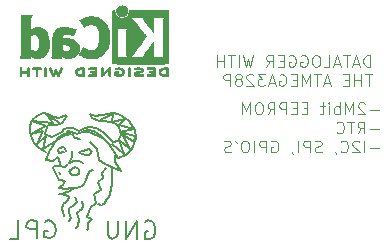
<source format=gbr>
%TF.GenerationSoftware,KiCad,Pcbnew,9.0.4*%
%TF.CreationDate,2025-09-30T03:14:49+08:00*%
%TF.ProjectId,MCU Datalogger,4d435520-4461-4746-916c-6f676765722e,1*%
%TF.SameCoordinates,Original*%
%TF.FileFunction,Legend,Bot*%
%TF.FilePolarity,Positive*%
%FSLAX46Y46*%
G04 Gerber Fmt 4.6, Leading zero omitted, Abs format (unit mm)*
G04 Created by KiCad (PCBNEW 9.0.4) date 2025-09-30 03:14:49*
%MOMM*%
%LPD*%
G01*
G04 APERTURE LIST*
%ADD10C,0.100000*%
%ADD11C,0.150000*%
%ADD12C,0.010000*%
G04 APERTURE END LIST*
D10*
X127839115Y-69931578D02*
X127077211Y-69931578D01*
X126648639Y-69407769D02*
X126601020Y-69360150D01*
X126601020Y-69360150D02*
X126505782Y-69312531D01*
X126505782Y-69312531D02*
X126267687Y-69312531D01*
X126267687Y-69312531D02*
X126172449Y-69360150D01*
X126172449Y-69360150D02*
X126124830Y-69407769D01*
X126124830Y-69407769D02*
X126077211Y-69503007D01*
X126077211Y-69503007D02*
X126077211Y-69598245D01*
X126077211Y-69598245D02*
X126124830Y-69741102D01*
X126124830Y-69741102D02*
X126696258Y-70312531D01*
X126696258Y-70312531D02*
X126077211Y-70312531D01*
X125648639Y-70312531D02*
X125648639Y-69312531D01*
X125648639Y-69312531D02*
X125315306Y-70026816D01*
X125315306Y-70026816D02*
X124981973Y-69312531D01*
X124981973Y-69312531D02*
X124981973Y-70312531D01*
X124505782Y-70312531D02*
X124505782Y-69312531D01*
X124505782Y-69693483D02*
X124410544Y-69645864D01*
X124410544Y-69645864D02*
X124220068Y-69645864D01*
X124220068Y-69645864D02*
X124124830Y-69693483D01*
X124124830Y-69693483D02*
X124077211Y-69741102D01*
X124077211Y-69741102D02*
X124029592Y-69836340D01*
X124029592Y-69836340D02*
X124029592Y-70122054D01*
X124029592Y-70122054D02*
X124077211Y-70217292D01*
X124077211Y-70217292D02*
X124124830Y-70264912D01*
X124124830Y-70264912D02*
X124220068Y-70312531D01*
X124220068Y-70312531D02*
X124410544Y-70312531D01*
X124410544Y-70312531D02*
X124505782Y-70264912D01*
X123601020Y-70312531D02*
X123601020Y-69645864D01*
X123601020Y-69312531D02*
X123648639Y-69360150D01*
X123648639Y-69360150D02*
X123601020Y-69407769D01*
X123601020Y-69407769D02*
X123553401Y-69360150D01*
X123553401Y-69360150D02*
X123601020Y-69312531D01*
X123601020Y-69312531D02*
X123601020Y-69407769D01*
X123267687Y-69645864D02*
X122886735Y-69645864D01*
X123124830Y-69312531D02*
X123124830Y-70169673D01*
X123124830Y-70169673D02*
X123077211Y-70264912D01*
X123077211Y-70264912D02*
X122981973Y-70312531D01*
X122981973Y-70312531D02*
X122886735Y-70312531D01*
X121791496Y-69788721D02*
X121458163Y-69788721D01*
X121315306Y-70312531D02*
X121791496Y-70312531D01*
X121791496Y-70312531D02*
X121791496Y-69312531D01*
X121791496Y-69312531D02*
X121315306Y-69312531D01*
X120886734Y-69788721D02*
X120553401Y-69788721D01*
X120410544Y-70312531D02*
X120886734Y-70312531D01*
X120886734Y-70312531D02*
X120886734Y-69312531D01*
X120886734Y-69312531D02*
X120410544Y-69312531D01*
X119981972Y-70312531D02*
X119981972Y-69312531D01*
X119981972Y-69312531D02*
X119601020Y-69312531D01*
X119601020Y-69312531D02*
X119505782Y-69360150D01*
X119505782Y-69360150D02*
X119458163Y-69407769D01*
X119458163Y-69407769D02*
X119410544Y-69503007D01*
X119410544Y-69503007D02*
X119410544Y-69645864D01*
X119410544Y-69645864D02*
X119458163Y-69741102D01*
X119458163Y-69741102D02*
X119505782Y-69788721D01*
X119505782Y-69788721D02*
X119601020Y-69836340D01*
X119601020Y-69836340D02*
X119981972Y-69836340D01*
X118410544Y-70312531D02*
X118743877Y-69836340D01*
X118981972Y-70312531D02*
X118981972Y-69312531D01*
X118981972Y-69312531D02*
X118601020Y-69312531D01*
X118601020Y-69312531D02*
X118505782Y-69360150D01*
X118505782Y-69360150D02*
X118458163Y-69407769D01*
X118458163Y-69407769D02*
X118410544Y-69503007D01*
X118410544Y-69503007D02*
X118410544Y-69645864D01*
X118410544Y-69645864D02*
X118458163Y-69741102D01*
X118458163Y-69741102D02*
X118505782Y-69788721D01*
X118505782Y-69788721D02*
X118601020Y-69836340D01*
X118601020Y-69836340D02*
X118981972Y-69836340D01*
X117791496Y-69312531D02*
X117601020Y-69312531D01*
X117601020Y-69312531D02*
X117505782Y-69360150D01*
X117505782Y-69360150D02*
X117410544Y-69455388D01*
X117410544Y-69455388D02*
X117362925Y-69645864D01*
X117362925Y-69645864D02*
X117362925Y-69979197D01*
X117362925Y-69979197D02*
X117410544Y-70169673D01*
X117410544Y-70169673D02*
X117505782Y-70264912D01*
X117505782Y-70264912D02*
X117601020Y-70312531D01*
X117601020Y-70312531D02*
X117791496Y-70312531D01*
X117791496Y-70312531D02*
X117886734Y-70264912D01*
X117886734Y-70264912D02*
X117981972Y-70169673D01*
X117981972Y-70169673D02*
X118029591Y-69979197D01*
X118029591Y-69979197D02*
X118029591Y-69645864D01*
X118029591Y-69645864D02*
X117981972Y-69455388D01*
X117981972Y-69455388D02*
X117886734Y-69360150D01*
X117886734Y-69360150D02*
X117791496Y-69312531D01*
X116934353Y-70312531D02*
X116934353Y-69312531D01*
X116934353Y-69312531D02*
X116601020Y-70026816D01*
X116601020Y-70026816D02*
X116267687Y-69312531D01*
X116267687Y-69312531D02*
X116267687Y-70312531D01*
X127839115Y-71541522D02*
X127077211Y-71541522D01*
X126029592Y-71922475D02*
X126362925Y-71446284D01*
X126601020Y-71922475D02*
X126601020Y-70922475D01*
X126601020Y-70922475D02*
X126220068Y-70922475D01*
X126220068Y-70922475D02*
X126124830Y-70970094D01*
X126124830Y-70970094D02*
X126077211Y-71017713D01*
X126077211Y-71017713D02*
X126029592Y-71112951D01*
X126029592Y-71112951D02*
X126029592Y-71255808D01*
X126029592Y-71255808D02*
X126077211Y-71351046D01*
X126077211Y-71351046D02*
X126124830Y-71398665D01*
X126124830Y-71398665D02*
X126220068Y-71446284D01*
X126220068Y-71446284D02*
X126601020Y-71446284D01*
X125743877Y-70922475D02*
X125172449Y-70922475D01*
X125458163Y-71922475D02*
X125458163Y-70922475D01*
X124267687Y-71827236D02*
X124315306Y-71874856D01*
X124315306Y-71874856D02*
X124458163Y-71922475D01*
X124458163Y-71922475D02*
X124553401Y-71922475D01*
X124553401Y-71922475D02*
X124696258Y-71874856D01*
X124696258Y-71874856D02*
X124791496Y-71779617D01*
X124791496Y-71779617D02*
X124839115Y-71684379D01*
X124839115Y-71684379D02*
X124886734Y-71493903D01*
X124886734Y-71493903D02*
X124886734Y-71351046D01*
X124886734Y-71351046D02*
X124839115Y-71160570D01*
X124839115Y-71160570D02*
X124791496Y-71065332D01*
X124791496Y-71065332D02*
X124696258Y-70970094D01*
X124696258Y-70970094D02*
X124553401Y-70922475D01*
X124553401Y-70922475D02*
X124458163Y-70922475D01*
X124458163Y-70922475D02*
X124315306Y-70970094D01*
X124315306Y-70970094D02*
X124267687Y-71017713D01*
X127839115Y-73151466D02*
X127077211Y-73151466D01*
X126601020Y-73532419D02*
X126601020Y-72532419D01*
X126172449Y-72627657D02*
X126124830Y-72580038D01*
X126124830Y-72580038D02*
X126029592Y-72532419D01*
X126029592Y-72532419D02*
X125791497Y-72532419D01*
X125791497Y-72532419D02*
X125696259Y-72580038D01*
X125696259Y-72580038D02*
X125648640Y-72627657D01*
X125648640Y-72627657D02*
X125601021Y-72722895D01*
X125601021Y-72722895D02*
X125601021Y-72818133D01*
X125601021Y-72818133D02*
X125648640Y-72960990D01*
X125648640Y-72960990D02*
X126220068Y-73532419D01*
X126220068Y-73532419D02*
X125601021Y-73532419D01*
X124601021Y-73437180D02*
X124648640Y-73484800D01*
X124648640Y-73484800D02*
X124791497Y-73532419D01*
X124791497Y-73532419D02*
X124886735Y-73532419D01*
X124886735Y-73532419D02*
X125029592Y-73484800D01*
X125029592Y-73484800D02*
X125124830Y-73389561D01*
X125124830Y-73389561D02*
X125172449Y-73294323D01*
X125172449Y-73294323D02*
X125220068Y-73103847D01*
X125220068Y-73103847D02*
X125220068Y-72960990D01*
X125220068Y-72960990D02*
X125172449Y-72770514D01*
X125172449Y-72770514D02*
X125124830Y-72675276D01*
X125124830Y-72675276D02*
X125029592Y-72580038D01*
X125029592Y-72580038D02*
X124886735Y-72532419D01*
X124886735Y-72532419D02*
X124791497Y-72532419D01*
X124791497Y-72532419D02*
X124648640Y-72580038D01*
X124648640Y-72580038D02*
X124601021Y-72627657D01*
X124124830Y-73484800D02*
X124124830Y-73532419D01*
X124124830Y-73532419D02*
X124172449Y-73627657D01*
X124172449Y-73627657D02*
X124220068Y-73675276D01*
X122981973Y-73484800D02*
X122839116Y-73532419D01*
X122839116Y-73532419D02*
X122601021Y-73532419D01*
X122601021Y-73532419D02*
X122505783Y-73484800D01*
X122505783Y-73484800D02*
X122458164Y-73437180D01*
X122458164Y-73437180D02*
X122410545Y-73341942D01*
X122410545Y-73341942D02*
X122410545Y-73246704D01*
X122410545Y-73246704D02*
X122458164Y-73151466D01*
X122458164Y-73151466D02*
X122505783Y-73103847D01*
X122505783Y-73103847D02*
X122601021Y-73056228D01*
X122601021Y-73056228D02*
X122791497Y-73008609D01*
X122791497Y-73008609D02*
X122886735Y-72960990D01*
X122886735Y-72960990D02*
X122934354Y-72913371D01*
X122934354Y-72913371D02*
X122981973Y-72818133D01*
X122981973Y-72818133D02*
X122981973Y-72722895D01*
X122981973Y-72722895D02*
X122934354Y-72627657D01*
X122934354Y-72627657D02*
X122886735Y-72580038D01*
X122886735Y-72580038D02*
X122791497Y-72532419D01*
X122791497Y-72532419D02*
X122553402Y-72532419D01*
X122553402Y-72532419D02*
X122410545Y-72580038D01*
X121981973Y-73532419D02*
X121981973Y-72532419D01*
X121981973Y-72532419D02*
X121601021Y-72532419D01*
X121601021Y-72532419D02*
X121505783Y-72580038D01*
X121505783Y-72580038D02*
X121458164Y-72627657D01*
X121458164Y-72627657D02*
X121410545Y-72722895D01*
X121410545Y-72722895D02*
X121410545Y-72865752D01*
X121410545Y-72865752D02*
X121458164Y-72960990D01*
X121458164Y-72960990D02*
X121505783Y-73008609D01*
X121505783Y-73008609D02*
X121601021Y-73056228D01*
X121601021Y-73056228D02*
X121981973Y-73056228D01*
X120981973Y-73532419D02*
X120981973Y-72532419D01*
X120458164Y-73484800D02*
X120458164Y-73532419D01*
X120458164Y-73532419D02*
X120505783Y-73627657D01*
X120505783Y-73627657D02*
X120553402Y-73675276D01*
X118743879Y-72580038D02*
X118839117Y-72532419D01*
X118839117Y-72532419D02*
X118981974Y-72532419D01*
X118981974Y-72532419D02*
X119124831Y-72580038D01*
X119124831Y-72580038D02*
X119220069Y-72675276D01*
X119220069Y-72675276D02*
X119267688Y-72770514D01*
X119267688Y-72770514D02*
X119315307Y-72960990D01*
X119315307Y-72960990D02*
X119315307Y-73103847D01*
X119315307Y-73103847D02*
X119267688Y-73294323D01*
X119267688Y-73294323D02*
X119220069Y-73389561D01*
X119220069Y-73389561D02*
X119124831Y-73484800D01*
X119124831Y-73484800D02*
X118981974Y-73532419D01*
X118981974Y-73532419D02*
X118886736Y-73532419D01*
X118886736Y-73532419D02*
X118743879Y-73484800D01*
X118743879Y-73484800D02*
X118696260Y-73437180D01*
X118696260Y-73437180D02*
X118696260Y-73103847D01*
X118696260Y-73103847D02*
X118886736Y-73103847D01*
X118267688Y-73532419D02*
X118267688Y-72532419D01*
X118267688Y-72532419D02*
X117886736Y-72532419D01*
X117886736Y-72532419D02*
X117791498Y-72580038D01*
X117791498Y-72580038D02*
X117743879Y-72627657D01*
X117743879Y-72627657D02*
X117696260Y-72722895D01*
X117696260Y-72722895D02*
X117696260Y-72865752D01*
X117696260Y-72865752D02*
X117743879Y-72960990D01*
X117743879Y-72960990D02*
X117791498Y-73008609D01*
X117791498Y-73008609D02*
X117886736Y-73056228D01*
X117886736Y-73056228D02*
X118267688Y-73056228D01*
X117267688Y-73532419D02*
X117267688Y-72532419D01*
X116601022Y-72532419D02*
X116410546Y-72532419D01*
X116410546Y-72532419D02*
X116315308Y-72580038D01*
X116315308Y-72580038D02*
X116220070Y-72675276D01*
X116220070Y-72675276D02*
X116172451Y-72865752D01*
X116172451Y-72865752D02*
X116172451Y-73199085D01*
X116172451Y-73199085D02*
X116220070Y-73389561D01*
X116220070Y-73389561D02*
X116315308Y-73484800D01*
X116315308Y-73484800D02*
X116410546Y-73532419D01*
X116410546Y-73532419D02*
X116601022Y-73532419D01*
X116601022Y-73532419D02*
X116696260Y-73484800D01*
X116696260Y-73484800D02*
X116791498Y-73389561D01*
X116791498Y-73389561D02*
X116839117Y-73199085D01*
X116839117Y-73199085D02*
X116839117Y-72865752D01*
X116839117Y-72865752D02*
X116791498Y-72675276D01*
X116791498Y-72675276D02*
X116696260Y-72580038D01*
X116696260Y-72580038D02*
X116601022Y-72532419D01*
X115696260Y-72532419D02*
X115791498Y-72722895D01*
X115315308Y-73484800D02*
X115172451Y-73532419D01*
X115172451Y-73532419D02*
X114934356Y-73532419D01*
X114934356Y-73532419D02*
X114839118Y-73484800D01*
X114839118Y-73484800D02*
X114791499Y-73437180D01*
X114791499Y-73437180D02*
X114743880Y-73341942D01*
X114743880Y-73341942D02*
X114743880Y-73246704D01*
X114743880Y-73246704D02*
X114791499Y-73151466D01*
X114791499Y-73151466D02*
X114839118Y-73103847D01*
X114839118Y-73103847D02*
X114934356Y-73056228D01*
X114934356Y-73056228D02*
X115124832Y-73008609D01*
X115124832Y-73008609D02*
X115220070Y-72960990D01*
X115220070Y-72960990D02*
X115267689Y-72913371D01*
X115267689Y-72913371D02*
X115315308Y-72818133D01*
X115315308Y-72818133D02*
X115315308Y-72722895D01*
X115315308Y-72722895D02*
X115267689Y-72627657D01*
X115267689Y-72627657D02*
X115220070Y-72580038D01*
X115220070Y-72580038D02*
X115124832Y-72532419D01*
X115124832Y-72532419D02*
X114886737Y-72532419D01*
X114886737Y-72532419D02*
X114743880Y-72580038D01*
X127106115Y-66307475D02*
X127106115Y-65307475D01*
X127106115Y-65307475D02*
X126868020Y-65307475D01*
X126868020Y-65307475D02*
X126725163Y-65355094D01*
X126725163Y-65355094D02*
X126629925Y-65450332D01*
X126629925Y-65450332D02*
X126582306Y-65545570D01*
X126582306Y-65545570D02*
X126534687Y-65736046D01*
X126534687Y-65736046D02*
X126534687Y-65878903D01*
X126534687Y-65878903D02*
X126582306Y-66069379D01*
X126582306Y-66069379D02*
X126629925Y-66164617D01*
X126629925Y-66164617D02*
X126725163Y-66259856D01*
X126725163Y-66259856D02*
X126868020Y-66307475D01*
X126868020Y-66307475D02*
X127106115Y-66307475D01*
X126153734Y-66021760D02*
X125677544Y-66021760D01*
X126248972Y-66307475D02*
X125915639Y-65307475D01*
X125915639Y-65307475D02*
X125582306Y-66307475D01*
X125391829Y-65307475D02*
X124820401Y-65307475D01*
X125106115Y-66307475D02*
X125106115Y-65307475D01*
X124534686Y-66021760D02*
X124058496Y-66021760D01*
X124629924Y-66307475D02*
X124296591Y-65307475D01*
X124296591Y-65307475D02*
X123963258Y-66307475D01*
X123153734Y-66307475D02*
X123629924Y-66307475D01*
X123629924Y-66307475D02*
X123629924Y-65307475D01*
X122629924Y-65307475D02*
X122439448Y-65307475D01*
X122439448Y-65307475D02*
X122344210Y-65355094D01*
X122344210Y-65355094D02*
X122248972Y-65450332D01*
X122248972Y-65450332D02*
X122201353Y-65640808D01*
X122201353Y-65640808D02*
X122201353Y-65974141D01*
X122201353Y-65974141D02*
X122248972Y-66164617D01*
X122248972Y-66164617D02*
X122344210Y-66259856D01*
X122344210Y-66259856D02*
X122439448Y-66307475D01*
X122439448Y-66307475D02*
X122629924Y-66307475D01*
X122629924Y-66307475D02*
X122725162Y-66259856D01*
X122725162Y-66259856D02*
X122820400Y-66164617D01*
X122820400Y-66164617D02*
X122868019Y-65974141D01*
X122868019Y-65974141D02*
X122868019Y-65640808D01*
X122868019Y-65640808D02*
X122820400Y-65450332D01*
X122820400Y-65450332D02*
X122725162Y-65355094D01*
X122725162Y-65355094D02*
X122629924Y-65307475D01*
X121248972Y-65355094D02*
X121344210Y-65307475D01*
X121344210Y-65307475D02*
X121487067Y-65307475D01*
X121487067Y-65307475D02*
X121629924Y-65355094D01*
X121629924Y-65355094D02*
X121725162Y-65450332D01*
X121725162Y-65450332D02*
X121772781Y-65545570D01*
X121772781Y-65545570D02*
X121820400Y-65736046D01*
X121820400Y-65736046D02*
X121820400Y-65878903D01*
X121820400Y-65878903D02*
X121772781Y-66069379D01*
X121772781Y-66069379D02*
X121725162Y-66164617D01*
X121725162Y-66164617D02*
X121629924Y-66259856D01*
X121629924Y-66259856D02*
X121487067Y-66307475D01*
X121487067Y-66307475D02*
X121391829Y-66307475D01*
X121391829Y-66307475D02*
X121248972Y-66259856D01*
X121248972Y-66259856D02*
X121201353Y-66212236D01*
X121201353Y-66212236D02*
X121201353Y-65878903D01*
X121201353Y-65878903D02*
X121391829Y-65878903D01*
X120248972Y-65355094D02*
X120344210Y-65307475D01*
X120344210Y-65307475D02*
X120487067Y-65307475D01*
X120487067Y-65307475D02*
X120629924Y-65355094D01*
X120629924Y-65355094D02*
X120725162Y-65450332D01*
X120725162Y-65450332D02*
X120772781Y-65545570D01*
X120772781Y-65545570D02*
X120820400Y-65736046D01*
X120820400Y-65736046D02*
X120820400Y-65878903D01*
X120820400Y-65878903D02*
X120772781Y-66069379D01*
X120772781Y-66069379D02*
X120725162Y-66164617D01*
X120725162Y-66164617D02*
X120629924Y-66259856D01*
X120629924Y-66259856D02*
X120487067Y-66307475D01*
X120487067Y-66307475D02*
X120391829Y-66307475D01*
X120391829Y-66307475D02*
X120248972Y-66259856D01*
X120248972Y-66259856D02*
X120201353Y-66212236D01*
X120201353Y-66212236D02*
X120201353Y-65878903D01*
X120201353Y-65878903D02*
X120391829Y-65878903D01*
X119772781Y-65783665D02*
X119439448Y-65783665D01*
X119296591Y-66307475D02*
X119772781Y-66307475D01*
X119772781Y-66307475D02*
X119772781Y-65307475D01*
X119772781Y-65307475D02*
X119296591Y-65307475D01*
X118296591Y-66307475D02*
X118629924Y-65831284D01*
X118868019Y-66307475D02*
X118868019Y-65307475D01*
X118868019Y-65307475D02*
X118487067Y-65307475D01*
X118487067Y-65307475D02*
X118391829Y-65355094D01*
X118391829Y-65355094D02*
X118344210Y-65402713D01*
X118344210Y-65402713D02*
X118296591Y-65497951D01*
X118296591Y-65497951D02*
X118296591Y-65640808D01*
X118296591Y-65640808D02*
X118344210Y-65736046D01*
X118344210Y-65736046D02*
X118391829Y-65783665D01*
X118391829Y-65783665D02*
X118487067Y-65831284D01*
X118487067Y-65831284D02*
X118868019Y-65831284D01*
X117201352Y-65307475D02*
X116963257Y-66307475D01*
X116963257Y-66307475D02*
X116772781Y-65593189D01*
X116772781Y-65593189D02*
X116582305Y-66307475D01*
X116582305Y-66307475D02*
X116344210Y-65307475D01*
X115963257Y-66307475D02*
X115963257Y-65307475D01*
X115629924Y-65307475D02*
X115058496Y-65307475D01*
X115344210Y-66307475D02*
X115344210Y-65307475D01*
X114725162Y-66307475D02*
X114725162Y-65307475D01*
X114725162Y-65783665D02*
X114153734Y-65783665D01*
X114153734Y-66307475D02*
X114153734Y-65307475D01*
X127248972Y-66917419D02*
X126677544Y-66917419D01*
X126963258Y-67917419D02*
X126963258Y-66917419D01*
X126344210Y-67917419D02*
X126344210Y-66917419D01*
X126344210Y-67393609D02*
X125772782Y-67393609D01*
X125772782Y-67917419D02*
X125772782Y-66917419D01*
X125296591Y-67393609D02*
X124963258Y-67393609D01*
X124820401Y-67917419D02*
X125296591Y-67917419D01*
X125296591Y-67917419D02*
X125296591Y-66917419D01*
X125296591Y-66917419D02*
X124820401Y-66917419D01*
X123677543Y-67631704D02*
X123201353Y-67631704D01*
X123772781Y-67917419D02*
X123439448Y-66917419D01*
X123439448Y-66917419D02*
X123106115Y-67917419D01*
X122915638Y-66917419D02*
X122344210Y-66917419D01*
X122629924Y-67917419D02*
X122629924Y-66917419D01*
X122010876Y-67917419D02*
X122010876Y-66917419D01*
X122010876Y-66917419D02*
X121677543Y-67631704D01*
X121677543Y-67631704D02*
X121344210Y-66917419D01*
X121344210Y-66917419D02*
X121344210Y-67917419D01*
X120868019Y-67393609D02*
X120534686Y-67393609D01*
X120391829Y-67917419D02*
X120868019Y-67917419D01*
X120868019Y-67917419D02*
X120868019Y-66917419D01*
X120868019Y-66917419D02*
X120391829Y-66917419D01*
X119439448Y-66965038D02*
X119534686Y-66917419D01*
X119534686Y-66917419D02*
X119677543Y-66917419D01*
X119677543Y-66917419D02*
X119820400Y-66965038D01*
X119820400Y-66965038D02*
X119915638Y-67060276D01*
X119915638Y-67060276D02*
X119963257Y-67155514D01*
X119963257Y-67155514D02*
X120010876Y-67345990D01*
X120010876Y-67345990D02*
X120010876Y-67488847D01*
X120010876Y-67488847D02*
X119963257Y-67679323D01*
X119963257Y-67679323D02*
X119915638Y-67774561D01*
X119915638Y-67774561D02*
X119820400Y-67869800D01*
X119820400Y-67869800D02*
X119677543Y-67917419D01*
X119677543Y-67917419D02*
X119582305Y-67917419D01*
X119582305Y-67917419D02*
X119439448Y-67869800D01*
X119439448Y-67869800D02*
X119391829Y-67822180D01*
X119391829Y-67822180D02*
X119391829Y-67488847D01*
X119391829Y-67488847D02*
X119582305Y-67488847D01*
X119010876Y-67631704D02*
X118534686Y-67631704D01*
X119106114Y-67917419D02*
X118772781Y-66917419D01*
X118772781Y-66917419D02*
X118439448Y-67917419D01*
X118201352Y-66917419D02*
X117582305Y-66917419D01*
X117582305Y-66917419D02*
X117915638Y-67298371D01*
X117915638Y-67298371D02*
X117772781Y-67298371D01*
X117772781Y-67298371D02*
X117677543Y-67345990D01*
X117677543Y-67345990D02*
X117629924Y-67393609D01*
X117629924Y-67393609D02*
X117582305Y-67488847D01*
X117582305Y-67488847D02*
X117582305Y-67726942D01*
X117582305Y-67726942D02*
X117629924Y-67822180D01*
X117629924Y-67822180D02*
X117677543Y-67869800D01*
X117677543Y-67869800D02*
X117772781Y-67917419D01*
X117772781Y-67917419D02*
X118058495Y-67917419D01*
X118058495Y-67917419D02*
X118153733Y-67869800D01*
X118153733Y-67869800D02*
X118201352Y-67822180D01*
X117201352Y-67012657D02*
X117153733Y-66965038D01*
X117153733Y-66965038D02*
X117058495Y-66917419D01*
X117058495Y-66917419D02*
X116820400Y-66917419D01*
X116820400Y-66917419D02*
X116725162Y-66965038D01*
X116725162Y-66965038D02*
X116677543Y-67012657D01*
X116677543Y-67012657D02*
X116629924Y-67107895D01*
X116629924Y-67107895D02*
X116629924Y-67203133D01*
X116629924Y-67203133D02*
X116677543Y-67345990D01*
X116677543Y-67345990D02*
X117248971Y-67917419D01*
X117248971Y-67917419D02*
X116629924Y-67917419D01*
X116058495Y-67345990D02*
X116153733Y-67298371D01*
X116153733Y-67298371D02*
X116201352Y-67250752D01*
X116201352Y-67250752D02*
X116248971Y-67155514D01*
X116248971Y-67155514D02*
X116248971Y-67107895D01*
X116248971Y-67107895D02*
X116201352Y-67012657D01*
X116201352Y-67012657D02*
X116153733Y-66965038D01*
X116153733Y-66965038D02*
X116058495Y-66917419D01*
X116058495Y-66917419D02*
X115868019Y-66917419D01*
X115868019Y-66917419D02*
X115772781Y-66965038D01*
X115772781Y-66965038D02*
X115725162Y-67012657D01*
X115725162Y-67012657D02*
X115677543Y-67107895D01*
X115677543Y-67107895D02*
X115677543Y-67155514D01*
X115677543Y-67155514D02*
X115725162Y-67250752D01*
X115725162Y-67250752D02*
X115772781Y-67298371D01*
X115772781Y-67298371D02*
X115868019Y-67345990D01*
X115868019Y-67345990D02*
X116058495Y-67345990D01*
X116058495Y-67345990D02*
X116153733Y-67393609D01*
X116153733Y-67393609D02*
X116201352Y-67441228D01*
X116201352Y-67441228D02*
X116248971Y-67536466D01*
X116248971Y-67536466D02*
X116248971Y-67726942D01*
X116248971Y-67726942D02*
X116201352Y-67822180D01*
X116201352Y-67822180D02*
X116153733Y-67869800D01*
X116153733Y-67869800D02*
X116058495Y-67917419D01*
X116058495Y-67917419D02*
X115868019Y-67917419D01*
X115868019Y-67917419D02*
X115772781Y-67869800D01*
X115772781Y-67869800D02*
X115725162Y-67822180D01*
X115725162Y-67822180D02*
X115677543Y-67726942D01*
X115677543Y-67726942D02*
X115677543Y-67536466D01*
X115677543Y-67536466D02*
X115725162Y-67441228D01*
X115725162Y-67441228D02*
X115772781Y-67393609D01*
X115772781Y-67393609D02*
X115868019Y-67345990D01*
X115248971Y-67917419D02*
X115248971Y-66917419D01*
X115248971Y-66917419D02*
X114868019Y-66917419D01*
X114868019Y-66917419D02*
X114772781Y-66965038D01*
X114772781Y-66965038D02*
X114725162Y-67012657D01*
X114725162Y-67012657D02*
X114677543Y-67107895D01*
X114677543Y-67107895D02*
X114677543Y-67250752D01*
X114677543Y-67250752D02*
X114725162Y-67345990D01*
X114725162Y-67345990D02*
X114772781Y-67393609D01*
X114772781Y-67393609D02*
X114868019Y-67441228D01*
X114868019Y-67441228D02*
X115248971Y-67441228D01*
D11*
%TO.C,REF\u002A\u002A*%
X108920610Y-79838550D02*
X108920610Y-80288130D01*
X108920610Y-80288130D02*
X108770750Y-80689450D01*
X108770750Y-80689450D02*
X108471030Y-80839310D01*
X108719950Y-79439770D02*
X108920610Y-79838550D01*
X108471030Y-80839310D02*
X108069710Y-80839310D01*
X108270370Y-79289910D02*
X108719950Y-79439770D01*
X108069710Y-79388970D02*
X108270370Y-79289910D01*
X108069710Y-80839310D02*
X108018910Y-80288130D01*
X108018910Y-80288130D02*
X108270370Y-80189070D01*
X107320410Y-79338170D02*
X106469510Y-80839310D01*
X107320410Y-80890110D02*
X107320410Y-79338170D01*
X107269610Y-72337930D02*
X106969890Y-73239630D01*
X107218810Y-72188070D02*
X105920870Y-71840090D01*
X107170550Y-71639430D02*
X107269610Y-72337930D01*
X107119750Y-72640190D02*
X107218810Y-72188070D01*
X107068950Y-71588630D02*
X105819270Y-71189850D01*
X106969890Y-73239630D02*
X106418710Y-73740010D01*
X106769230Y-73287890D02*
X106070730Y-71989950D01*
X106720970Y-70839330D02*
X107170550Y-71639430D01*
X106469510Y-80839310D02*
X106469510Y-79338170D01*
X106418710Y-73740010D02*
X105771010Y-73988930D01*
X106319650Y-70689470D02*
X105270630Y-70938390D01*
X106268850Y-73638410D02*
X105819270Y-72487790D01*
X106118990Y-70438010D02*
X106720970Y-70839330D01*
X106070730Y-71989950D02*
X107119750Y-72640190D01*
X106019930Y-75088750D02*
X104620390Y-74540110D01*
X105969130Y-72038210D02*
X105870070Y-71387970D01*
X105920870Y-71840090D02*
X107068950Y-71588630D01*
X105870070Y-71387970D02*
X105570350Y-71139050D01*
X105819270Y-71189850D02*
X106319650Y-70689470D01*
X105819270Y-72487790D02*
X106769230Y-73287890D01*
X105771010Y-70288150D02*
X106118990Y-70438010D01*
X105771010Y-72538590D02*
X105969130Y-72038210D01*
X105771010Y-73988930D02*
X105019170Y-72790050D01*
X105771010Y-79338170D02*
X105771010Y-80488790D01*
X105771010Y-80488790D02*
X105618610Y-80737710D01*
X105618610Y-80737710D02*
X105270630Y-80890110D01*
X105570350Y-71139050D02*
X105120770Y-70989190D01*
X105519550Y-73740010D02*
X105519550Y-74339450D01*
X105519550Y-74339450D02*
X106019930Y-75088750D01*
X105369690Y-70239890D02*
X105771010Y-70288150D01*
X105318890Y-70288150D02*
X104219070Y-70788530D01*
X105318890Y-72688450D02*
X105771010Y-72538590D01*
X105270630Y-70938390D02*
X105318890Y-70288150D01*
X105270630Y-72838310D02*
X106268850Y-73638410D01*
X105270630Y-75337670D02*
X105270630Y-74839830D01*
X105270630Y-75838050D02*
X105270630Y-75337670D01*
X105270630Y-80890110D02*
X104970910Y-80737710D01*
X105219830Y-76239370D02*
X105270630Y-75838050D01*
X105169030Y-76638150D02*
X105219830Y-76239370D01*
X105120770Y-70989190D02*
X104470530Y-70839330D01*
X105069970Y-77039470D02*
X105169030Y-76638150D01*
X105019170Y-72790050D02*
X104320670Y-72139810D01*
X105019170Y-77339190D02*
X105069970Y-77039470D01*
X104970910Y-72289670D02*
X105318890Y-72688450D01*
X104970910Y-80737710D02*
X104869310Y-80437990D01*
X104869310Y-80437990D02*
X104869310Y-79338170D01*
X104770250Y-77588110D02*
X105019170Y-77339190D01*
X104719450Y-74839830D02*
X104419730Y-75289410D01*
X104620390Y-74540110D02*
X104120010Y-74189590D01*
X104620390Y-77788770D02*
X104770250Y-77588110D01*
X104569590Y-72439530D02*
X104069210Y-72139810D01*
X104518790Y-71840090D02*
X104970910Y-72289670D01*
X104518790Y-75738990D02*
X104069210Y-76038710D01*
X104470530Y-70839330D02*
X104120010Y-70890130D01*
X104419730Y-70389750D02*
X105369690Y-70239890D01*
X104419730Y-75289410D02*
X104518790Y-75738990D01*
X104368930Y-77989430D02*
X104620390Y-77788770D01*
X104320670Y-72139810D02*
X103718690Y-71687690D01*
X104269870Y-76688950D02*
X103718690Y-77087730D01*
X104269870Y-77989430D02*
X104069210Y-77938630D01*
X104120010Y-70890130D02*
X103568830Y-70638670D01*
X104120010Y-74189590D02*
X103970150Y-73239630D01*
X104069210Y-72139810D02*
X103319910Y-71789290D01*
X104069210Y-76038710D02*
X104269870Y-76688950D01*
X103970150Y-73239630D02*
X103370710Y-72688450D01*
X103919350Y-71438770D02*
X104518790Y-71840090D01*
X103919350Y-77788770D02*
X103370710Y-78238350D01*
X103769490Y-70438010D02*
X104419730Y-70389750D01*
X103718690Y-71687690D02*
X103170050Y-71639430D01*
X103718690Y-77087730D02*
X103919350Y-77788770D01*
X103568830Y-70638670D02*
X103370710Y-70288150D01*
X103520570Y-73539350D02*
X103319910Y-73788270D01*
X103520570Y-79140050D02*
X103170050Y-79488030D01*
X103418970Y-71387970D02*
X103919350Y-71438770D01*
X103418970Y-78339950D02*
X103220850Y-78738730D01*
X103370710Y-70288150D02*
X103769490Y-70438010D01*
X103370710Y-75088750D02*
X103670430Y-75037950D01*
X103319910Y-71789290D02*
X102969390Y-71789290D01*
X103319910Y-73788270D02*
X102918590Y-73788270D01*
X103269110Y-73287890D02*
X103520570Y-73539350D01*
X103220850Y-75337670D02*
X103370710Y-75088750D01*
X103220850Y-78738730D02*
X103119250Y-79038450D01*
X103220850Y-79787750D02*
X103170050Y-79940150D01*
X103170050Y-71639430D02*
X102720470Y-71840090D01*
X103170050Y-79488030D02*
X103220850Y-79787750D01*
X103119250Y-79038450D02*
X103520570Y-79140050D01*
X103119250Y-79988410D02*
X103170050Y-80090010D01*
X103070990Y-75838050D02*
X103220850Y-75337670D01*
X102918590Y-71489570D02*
X103418970Y-71387970D01*
X102918590Y-73788270D02*
X102519810Y-73590150D01*
X102870330Y-76188570D02*
X103070990Y-75838050D01*
X102819530Y-73389490D02*
X103269110Y-73287890D01*
X102819530Y-78088490D02*
X102720470Y-78289150D01*
X102720470Y-71840090D02*
X102319150Y-71939150D01*
X102720470Y-76389230D02*
X102870330Y-76188570D01*
X102720470Y-78289150D02*
X102469010Y-78489810D01*
X102669670Y-77689710D02*
X102819530Y-78088490D01*
X102618870Y-71639430D02*
X102918590Y-71489570D01*
X102618870Y-74387710D02*
X102819530Y-74438510D01*
X102519810Y-72439530D02*
X102121030Y-72289670D01*
X102469010Y-73539350D02*
X102819530Y-73389490D01*
X102469010Y-74938890D02*
X102420750Y-75337670D01*
X102469010Y-78489810D02*
X102319150Y-78687930D01*
X102420750Y-71687690D02*
X102618870Y-71639430D01*
X102420750Y-74288650D02*
X102618870Y-74387710D01*
X102420750Y-75337670D02*
X102169290Y-75490070D01*
X102420750Y-79188310D02*
X102369950Y-79739490D01*
X102369950Y-78990190D02*
X102420750Y-79188310D01*
X102369950Y-79739490D02*
X102169290Y-79940150D01*
X102319150Y-71939150D02*
X101869570Y-71789290D01*
X102319150Y-78687930D02*
X102369950Y-78990190D01*
X102270890Y-74288650D02*
X102420750Y-74288650D01*
X102270890Y-76539090D02*
X102720470Y-76389230D01*
X102270890Y-77737970D02*
X101968630Y-78037690D01*
X102169290Y-75490070D02*
X101869570Y-75490070D01*
X102121030Y-72289670D02*
X101869570Y-71939150D01*
X102070230Y-74789030D02*
X102469010Y-74938890D01*
X102070230Y-77288390D02*
X102270890Y-77737970D01*
X101968630Y-74288650D02*
X102270890Y-74288650D01*
X101968630Y-78037690D02*
X101569850Y-78238350D01*
X101920370Y-71438770D02*
X102420750Y-71687690D01*
X101920370Y-76638150D02*
X101519050Y-76889610D01*
X101869570Y-71789290D02*
X101419990Y-71888350D01*
X101869570Y-73437750D02*
X101818770Y-73889870D01*
X101869570Y-75490070D02*
X101770510Y-75388470D01*
X101818770Y-73889870D02*
X101668910Y-74288650D01*
X101770510Y-71989950D02*
X101120270Y-72188070D01*
X101770510Y-75388470D02*
X101620650Y-75139550D01*
X101770510Y-76589890D02*
X102270890Y-76539090D01*
X101770510Y-79089250D02*
X101620650Y-79338170D01*
X101668910Y-71687690D02*
X101419990Y-71738490D01*
X101668910Y-74288650D02*
X101569850Y-74438510D01*
X101668910Y-74438510D02*
X101968630Y-74288650D01*
X101620650Y-75139550D02*
X102070230Y-74789030D01*
X101620650Y-78687930D02*
X101770510Y-79089250D01*
X101569850Y-77339190D02*
X101519050Y-77539850D01*
X101569850Y-78238350D02*
X101620650Y-78687930D01*
X101519050Y-71438770D02*
X101920370Y-71438770D01*
X101519050Y-74489310D02*
X101419990Y-74639170D01*
X101519050Y-76889610D02*
X101270130Y-76889610D01*
X101519050Y-77189330D02*
X101569850Y-77339190D01*
X101519050Y-77539850D02*
X101320930Y-77737970D01*
X101419990Y-70488810D02*
X100970410Y-71088250D01*
X101419990Y-71888350D02*
X100820550Y-72188070D01*
X101419990Y-74639170D02*
X101270130Y-74789030D01*
X101369190Y-70389750D02*
X100769750Y-70638670D01*
X101320930Y-73389490D02*
X101171070Y-73038970D01*
X101320930Y-76638150D02*
X101770510Y-76589890D01*
X101320930Y-77737970D02*
X101069470Y-77938630D01*
X101270130Y-74789030D02*
X101120270Y-74789030D01*
X101270130Y-75939650D02*
X101120270Y-76290170D01*
X101270130Y-76937870D02*
X101018670Y-77039470D01*
X101219330Y-71588630D02*
X101519050Y-71438770D01*
X101219330Y-78888590D02*
X101171070Y-78888590D01*
X101171070Y-73038970D02*
X100769750Y-73138030D01*
X101120270Y-72188070D02*
X100718950Y-72388730D01*
X101120270Y-74789030D02*
X100919610Y-74689970D01*
X101120270Y-76290170D02*
X100769750Y-76488290D01*
X101069470Y-77938630D02*
X100970410Y-78289150D01*
X101069470Y-78588870D02*
X101219330Y-78888590D01*
X101018670Y-77039470D02*
X100769750Y-77039470D01*
X100970410Y-71088250D02*
X100619890Y-71189850D01*
X100970410Y-71789290D02*
X101219330Y-71588630D01*
X100970410Y-77087730D02*
X101519050Y-77189330D01*
X100970410Y-78289150D02*
X101069470Y-78588870D01*
X100919610Y-74689970D02*
X100718950Y-74689970D01*
X100868810Y-75838050D02*
X101270130Y-75939650D01*
X100820550Y-72188070D02*
X100619890Y-72439530D01*
X100769750Y-70638670D02*
X100320170Y-70539610D01*
X100769750Y-73138030D02*
X100670690Y-73338690D01*
X100769750Y-73590150D02*
X101219330Y-73488550D01*
X100769750Y-73988930D02*
X100820550Y-74639170D01*
X100769750Y-74689970D02*
X100370970Y-74689970D01*
X100769750Y-75238610D02*
X100868810Y-75388470D01*
X100769750Y-77039470D02*
X100970410Y-77087730D01*
X100718950Y-72388730D02*
X99421010Y-73239630D01*
X100718950Y-75838050D02*
X100868810Y-75838050D01*
X100718950Y-76539090D02*
X101320930Y-76638150D01*
X100670690Y-73338690D02*
X100769750Y-73590150D01*
X100619890Y-71189850D02*
X100170310Y-71189850D01*
X100619890Y-72439530D02*
X99918850Y-73539350D01*
X100520830Y-72089010D02*
X100970410Y-71789290D01*
X100470030Y-80189070D02*
X100320170Y-80638650D01*
X100419230Y-79688690D02*
X100470030Y-80189070D01*
X100370970Y-74689970D02*
X100218570Y-74839830D01*
X100320170Y-70539610D02*
X99819790Y-70288150D01*
X100320170Y-80638650D02*
X99969650Y-80788510D01*
X100218570Y-71039990D02*
X99720730Y-70338950D01*
X100218570Y-74288650D02*
X100670690Y-73889870D01*
X100218570Y-74839830D02*
X100718950Y-75838050D01*
X100170310Y-71189850D02*
X99819790Y-71238110D01*
X100170310Y-72238870D02*
X100520830Y-72089010D01*
X100119510Y-79338170D02*
X100419230Y-79688690D01*
X99969650Y-80788510D02*
X99520070Y-80689450D01*
X99918850Y-73539350D02*
X99619130Y-74189590D01*
X99870590Y-72188070D02*
X100170310Y-72238870D01*
X99819790Y-70288150D02*
X99370210Y-70239890D01*
X99819790Y-71238110D02*
X99619130Y-71639430D01*
X99819790Y-79289910D02*
X100119510Y-79338170D01*
X99720730Y-70338950D02*
X100868810Y-71039990D01*
X99669930Y-72139810D02*
X98920630Y-72838310D01*
X99619130Y-71288910D02*
X98471050Y-70839330D01*
X99619130Y-71639430D02*
X99570870Y-71939150D01*
X99619130Y-74189590D02*
X100218570Y-74288650D01*
X99570870Y-71939150D02*
X99870590Y-72188070D01*
X99570870Y-79388970D02*
X99819790Y-79289910D01*
X99520070Y-80189070D02*
X99819790Y-80189070D01*
X99520070Y-80689450D02*
X99520070Y-80189070D01*
X99421010Y-73239630D02*
X99669930Y-72139810D01*
X99370210Y-70239890D02*
X98920630Y-70488810D01*
X99370210Y-71738490D02*
X98369450Y-71989950D01*
X99070490Y-73138030D02*
X99619130Y-73539350D01*
X98920630Y-70488810D02*
X98471050Y-70788530D01*
X98920630Y-72838310D02*
X99370210Y-71738490D01*
X98869830Y-79338170D02*
X98318650Y-79289910D01*
X98869830Y-80788510D02*
X98869830Y-79338170D01*
X98620910Y-72739250D02*
X99070490Y-73138030D01*
X98471050Y-70788530D02*
X98270390Y-71339710D01*
X98471050Y-70839330D02*
X100218570Y-71039990D01*
X98369450Y-71989950D02*
X99619130Y-71288910D01*
X98369450Y-72188070D02*
X98620910Y-72739250D01*
X98318650Y-79289910D02*
X98069730Y-79488030D01*
X98270390Y-71339710D02*
X98270390Y-71789290D01*
X98270390Y-71789290D02*
X98369450Y-72188070D01*
X98270390Y-80039210D02*
X98770770Y-79988410D01*
X98069730Y-79488030D02*
X97970670Y-79889350D01*
X97970670Y-79889350D02*
X98270390Y-80039210D01*
X97320430Y-79239110D02*
X97320430Y-80839310D01*
X97320430Y-80839310D02*
X96619390Y-80839310D01*
D12*
X99565406Y-66349949D02*
X99591127Y-66365647D01*
X99617778Y-66387227D01*
X99617778Y-67034684D01*
X99591127Y-67056264D01*
X99559767Y-67073739D01*
X99523966Y-67074575D01*
X99492528Y-67054082D01*
X99488652Y-67049416D01*
X99483186Y-67039949D01*
X99478979Y-67026267D01*
X99475867Y-67005748D01*
X99473687Y-66975768D01*
X99472276Y-66933704D01*
X99471471Y-66876932D01*
X99471107Y-66802830D01*
X99471022Y-66708773D01*
X99471022Y-66387227D01*
X99497673Y-66365647D01*
X99521386Y-66350877D01*
X99544400Y-66344067D01*
X99565406Y-66349949D01*
G36*
X99565406Y-66349949D02*
G01*
X99591127Y-66365647D01*
X99617778Y-66387227D01*
X99617778Y-67034684D01*
X99591127Y-67056264D01*
X99559767Y-67073739D01*
X99523966Y-67074575D01*
X99492528Y-67054082D01*
X99488652Y-67049416D01*
X99483186Y-67039949D01*
X99478979Y-67026267D01*
X99475867Y-67005748D01*
X99473687Y-66975768D01*
X99472276Y-66933704D01*
X99471471Y-66876932D01*
X99471107Y-66802830D01*
X99471022Y-66708773D01*
X99471022Y-66387227D01*
X99497673Y-66365647D01*
X99521386Y-66350877D01*
X99544400Y-66344067D01*
X99565406Y-66349949D01*
G37*
X106696137Y-66348463D02*
X106730291Y-66371776D01*
X106758000Y-66399485D01*
X106758000Y-66712537D01*
X106757959Y-66796567D01*
X106757701Y-66870789D01*
X106757030Y-66927541D01*
X106755752Y-66969512D01*
X106753673Y-66999389D01*
X106750599Y-67019861D01*
X106746334Y-67033614D01*
X106740684Y-67043337D01*
X106733455Y-67051717D01*
X106701991Y-67073181D01*
X106666826Y-67074947D01*
X106633822Y-67055267D01*
X106628516Y-67049398D01*
X106623066Y-67040314D01*
X106618900Y-67026973D01*
X106615846Y-67006757D01*
X106613732Y-66977049D01*
X106612386Y-66935232D01*
X106611638Y-66878689D01*
X106611314Y-66804802D01*
X106611245Y-66710956D01*
X106611284Y-66635294D01*
X106611539Y-66557385D01*
X106612183Y-66497375D01*
X106613387Y-66452648D01*
X106615324Y-66420585D01*
X106618164Y-66398571D01*
X106622079Y-66383987D01*
X106627242Y-66374218D01*
X106633822Y-66366645D01*
X106663006Y-66347623D01*
X106696137Y-66348463D01*
G36*
X106696137Y-66348463D02*
G01*
X106730291Y-66371776D01*
X106758000Y-66399485D01*
X106758000Y-66712537D01*
X106757959Y-66796567D01*
X106757701Y-66870789D01*
X106757030Y-66927541D01*
X106755752Y-66969512D01*
X106753673Y-66999389D01*
X106750599Y-67019861D01*
X106746334Y-67033614D01*
X106740684Y-67043337D01*
X106733455Y-67051717D01*
X106701991Y-67073181D01*
X106666826Y-67074947D01*
X106633822Y-67055267D01*
X106628516Y-67049398D01*
X106623066Y-67040314D01*
X106618900Y-67026973D01*
X106615846Y-67006757D01*
X106613732Y-66977049D01*
X106612386Y-66935232D01*
X106611638Y-66878689D01*
X106611314Y-66804802D01*
X106611245Y-66710956D01*
X106611284Y-66635294D01*
X106611539Y-66557385D01*
X106612183Y-66497375D01*
X106613387Y-66452648D01*
X106615324Y-66420585D01*
X106618164Y-66398571D01*
X106622079Y-66383987D01*
X106627242Y-66374218D01*
X106633822Y-66366645D01*
X106663006Y-66347623D01*
X106696137Y-66348463D01*
G37*
X106164562Y-61107850D02*
X106247313Y-61135053D01*
X106322406Y-61180484D01*
X106394298Y-61246302D01*
X106432846Y-61290567D01*
X106472256Y-61348961D01*
X106497446Y-61409586D01*
X106510861Y-61478865D01*
X106514948Y-61563222D01*
X106514669Y-61609307D01*
X106512460Y-61650450D01*
X106506894Y-61682582D01*
X106496586Y-61713122D01*
X106480148Y-61749489D01*
X106466200Y-61776728D01*
X106407665Y-61862429D01*
X106335619Y-61931617D01*
X106251947Y-61982741D01*
X106158531Y-62014250D01*
X106125434Y-62021225D01*
X106084960Y-62028094D01*
X106051999Y-62029919D01*
X106017698Y-62026947D01*
X105973200Y-62019426D01*
X105921934Y-62007002D01*
X105831434Y-61969112D01*
X105752345Y-61914836D01*
X105686528Y-61846770D01*
X105635840Y-61767511D01*
X105602140Y-61679654D01*
X105587286Y-61585795D01*
X105593136Y-61488530D01*
X105619399Y-61392220D01*
X105664418Y-61303494D01*
X105725373Y-61228419D01*
X105800184Y-61168641D01*
X105886768Y-61125809D01*
X105983043Y-61101571D01*
X106086928Y-61097576D01*
X106164562Y-61107850D01*
G36*
X106164562Y-61107850D02*
G01*
X106247313Y-61135053D01*
X106322406Y-61180484D01*
X106394298Y-61246302D01*
X106432846Y-61290567D01*
X106472256Y-61348961D01*
X106497446Y-61409586D01*
X106510861Y-61478865D01*
X106514948Y-61563222D01*
X106514669Y-61609307D01*
X106512460Y-61650450D01*
X106506894Y-61682582D01*
X106496586Y-61713122D01*
X106480148Y-61749489D01*
X106466200Y-61776728D01*
X106407665Y-61862429D01*
X106335619Y-61931617D01*
X106251947Y-61982741D01*
X106158531Y-62014250D01*
X106125434Y-62021225D01*
X106084960Y-62028094D01*
X106051999Y-62029919D01*
X106017698Y-62026947D01*
X105973200Y-62019426D01*
X105921934Y-62007002D01*
X105831434Y-61969112D01*
X105752345Y-61914836D01*
X105686528Y-61846770D01*
X105635840Y-61767511D01*
X105602140Y-61679654D01*
X105587286Y-61585795D01*
X105593136Y-61488530D01*
X105619399Y-61392220D01*
X105664418Y-61303494D01*
X105725373Y-61228419D01*
X105800184Y-61168641D01*
X105886768Y-61125809D01*
X105983043Y-61101571D01*
X106086928Y-61097576D01*
X106164562Y-61107850D01*
G37*
X98865767Y-66344068D02*
X98959890Y-66344158D01*
X99034405Y-66344498D01*
X99091811Y-66345239D01*
X99134611Y-66346535D01*
X99165304Y-66348537D01*
X99186391Y-66351396D01*
X99200373Y-66355266D01*
X99209750Y-66360298D01*
X99217022Y-66366645D01*
X99235828Y-66399362D01*
X99237275Y-66436939D01*
X99220917Y-66470178D01*
X99219557Y-66471631D01*
X99208354Y-66479992D01*
X99191252Y-66485547D01*
X99164082Y-66488840D01*
X99122678Y-66490418D01*
X99062873Y-66490822D01*
X98923511Y-66490822D01*
X98923511Y-66754589D01*
X98923436Y-66830417D01*
X98923028Y-66897083D01*
X98922046Y-66946867D01*
X98920250Y-66982784D01*
X98917399Y-67007850D01*
X98913253Y-67025081D01*
X98907571Y-67037492D01*
X98900114Y-67048100D01*
X98897824Y-67050906D01*
X98866646Y-67073548D01*
X98832266Y-67075112D01*
X98799334Y-67055267D01*
X98792355Y-67047191D01*
X98786883Y-67036593D01*
X98782863Y-67020749D01*
X98780072Y-66996773D01*
X98778288Y-66961774D01*
X98777289Y-66912864D01*
X98776852Y-66847154D01*
X98776756Y-66761756D01*
X98776756Y-66490822D01*
X98630820Y-66490822D01*
X98619720Y-66490821D01*
X98563202Y-66490596D01*
X98524358Y-66489457D01*
X98498965Y-66486657D01*
X98482804Y-66481450D01*
X98471652Y-66473089D01*
X98461289Y-66460826D01*
X98445441Y-66430138D01*
X98448543Y-66396358D01*
X98474187Y-66363822D01*
X98479129Y-66360105D01*
X98489338Y-66355269D01*
X98504764Y-66351506D01*
X98527886Y-66348683D01*
X98561183Y-66346670D01*
X98607137Y-66345333D01*
X98668228Y-66344542D01*
X98746935Y-66344163D01*
X98845740Y-66344067D01*
X98865767Y-66344068D01*
G36*
X98865767Y-66344068D02*
G01*
X98959890Y-66344158D01*
X99034405Y-66344498D01*
X99091811Y-66345239D01*
X99134611Y-66346535D01*
X99165304Y-66348537D01*
X99186391Y-66351396D01*
X99200373Y-66355266D01*
X99209750Y-66360298D01*
X99217022Y-66366645D01*
X99235828Y-66399362D01*
X99237275Y-66436939D01*
X99220917Y-66470178D01*
X99219557Y-66471631D01*
X99208354Y-66479992D01*
X99191252Y-66485547D01*
X99164082Y-66488840D01*
X99122678Y-66490418D01*
X99062873Y-66490822D01*
X98923511Y-66490822D01*
X98923511Y-66754589D01*
X98923436Y-66830417D01*
X98923028Y-66897083D01*
X98922046Y-66946867D01*
X98920250Y-66982784D01*
X98917399Y-67007850D01*
X98913253Y-67025081D01*
X98907571Y-67037492D01*
X98900114Y-67048100D01*
X98897824Y-67050906D01*
X98866646Y-67073548D01*
X98832266Y-67075112D01*
X98799334Y-67055267D01*
X98792355Y-67047191D01*
X98786883Y-67036593D01*
X98782863Y-67020749D01*
X98780072Y-66996773D01*
X98778288Y-66961774D01*
X98777289Y-66912864D01*
X98776852Y-66847154D01*
X98776756Y-66761756D01*
X98776756Y-66490822D01*
X98630820Y-66490822D01*
X98619720Y-66490821D01*
X98563202Y-66490596D01*
X98524358Y-66489457D01*
X98498965Y-66486657D01*
X98482804Y-66481450D01*
X98471652Y-66473089D01*
X98461289Y-66460826D01*
X98445441Y-66430138D01*
X98448543Y-66396358D01*
X98474187Y-66363822D01*
X98479129Y-66360105D01*
X98489338Y-66355269D01*
X98504764Y-66351506D01*
X98527886Y-66348683D01*
X98561183Y-66346670D01*
X98607137Y-66345333D01*
X98668228Y-66344542D01*
X98746935Y-66344163D01*
X98845740Y-66344067D01*
X98865767Y-66344068D01*
G37*
X98189734Y-66366645D02*
X98195366Y-66372835D01*
X98200456Y-66381041D01*
X98204543Y-66392817D01*
X98207721Y-66410276D01*
X98210087Y-66435530D01*
X98211738Y-66470690D01*
X98212769Y-66517869D01*
X98213277Y-66579177D01*
X98213359Y-66656727D01*
X98213109Y-66752631D01*
X98212625Y-66869000D01*
X98212557Y-66883175D01*
X98211971Y-66944937D01*
X98210648Y-66988620D01*
X98208103Y-67018001D01*
X98203848Y-67036855D01*
X98197396Y-67048959D01*
X98188262Y-67058089D01*
X98154804Y-67075506D01*
X98119856Y-67072604D01*
X98088953Y-67048100D01*
X98079944Y-67034897D01*
X98072492Y-67016361D01*
X98068124Y-66990333D01*
X98066069Y-66951787D01*
X98065556Y-66895700D01*
X98065556Y-66773045D01*
X97568845Y-66773045D01*
X97568845Y-66907871D01*
X97568772Y-66943662D01*
X97568009Y-66989992D01*
X97565833Y-67020526D01*
X97561536Y-67039557D01*
X97554412Y-67051374D01*
X97543755Y-67060271D01*
X97511504Y-67075341D01*
X97476217Y-67072673D01*
X97445486Y-67048100D01*
X97440831Y-67041845D01*
X97434895Y-67031321D01*
X97430364Y-67017391D01*
X97427048Y-66997317D01*
X97424759Y-66968360D01*
X97423308Y-66927780D01*
X97422505Y-66872840D01*
X97422162Y-66800799D01*
X97422089Y-66708920D01*
X97422089Y-66399485D01*
X97449798Y-66371776D01*
X97481177Y-66349533D01*
X97514406Y-66346844D01*
X97546267Y-66366645D01*
X97554553Y-66376415D01*
X97561965Y-66392307D01*
X97566302Y-66416275D01*
X97568338Y-66453148D01*
X97568845Y-66507756D01*
X97568845Y-66626289D01*
X98065556Y-66626289D01*
X98065556Y-66510776D01*
X98065994Y-66459078D01*
X98067958Y-66424554D01*
X98072474Y-66401978D01*
X98080567Y-66386126D01*
X98093265Y-66371776D01*
X98124643Y-66349533D01*
X98157872Y-66346844D01*
X98189734Y-66366645D01*
G36*
X98189734Y-66366645D02*
G01*
X98195366Y-66372835D01*
X98200456Y-66381041D01*
X98204543Y-66392817D01*
X98207721Y-66410276D01*
X98210087Y-66435530D01*
X98211738Y-66470690D01*
X98212769Y-66517869D01*
X98213277Y-66579177D01*
X98213359Y-66656727D01*
X98213109Y-66752631D01*
X98212625Y-66869000D01*
X98212557Y-66883175D01*
X98211971Y-66944937D01*
X98210648Y-66988620D01*
X98208103Y-67018001D01*
X98203848Y-67036855D01*
X98197396Y-67048959D01*
X98188262Y-67058089D01*
X98154804Y-67075506D01*
X98119856Y-67072604D01*
X98088953Y-67048100D01*
X98079944Y-67034897D01*
X98072492Y-67016361D01*
X98068124Y-66990333D01*
X98066069Y-66951787D01*
X98065556Y-66895700D01*
X98065556Y-66773045D01*
X97568845Y-66773045D01*
X97568845Y-66907871D01*
X97568772Y-66943662D01*
X97568009Y-66989992D01*
X97565833Y-67020526D01*
X97561536Y-67039557D01*
X97554412Y-67051374D01*
X97543755Y-67060271D01*
X97511504Y-67075341D01*
X97476217Y-67072673D01*
X97445486Y-67048100D01*
X97440831Y-67041845D01*
X97434895Y-67031321D01*
X97430364Y-67017391D01*
X97427048Y-66997317D01*
X97424759Y-66968360D01*
X97423308Y-66927780D01*
X97422505Y-66872840D01*
X97422162Y-66800799D01*
X97422089Y-66708920D01*
X97422089Y-66399485D01*
X97449798Y-66371776D01*
X97481177Y-66349533D01*
X97514406Y-66346844D01*
X97546267Y-66366645D01*
X97554553Y-66376415D01*
X97561965Y-66392307D01*
X97566302Y-66416275D01*
X97568338Y-66453148D01*
X97568845Y-66507756D01*
X97568845Y-66626289D01*
X98065556Y-66626289D01*
X98065556Y-66510776D01*
X98065994Y-66459078D01*
X98067958Y-66424554D01*
X98072474Y-66401978D01*
X98080567Y-66386126D01*
X98093265Y-66371776D01*
X98124643Y-66349533D01*
X98157872Y-66346844D01*
X98189734Y-66366645D01*
G37*
X102895133Y-66955396D02*
X102893163Y-66988175D01*
X102890235Y-67011095D01*
X102886158Y-67026897D01*
X102880743Y-67038319D01*
X102873803Y-67048100D01*
X102850406Y-67077845D01*
X102684714Y-67077251D01*
X102649918Y-67076953D01*
X102551435Y-67073522D01*
X102470473Y-67065839D01*
X102403379Y-67053282D01*
X102346496Y-67035227D01*
X102296169Y-67011052D01*
X102292810Y-67009135D01*
X102234998Y-66972417D01*
X102192644Y-66935451D01*
X102159828Y-66891966D01*
X102130628Y-66835689D01*
X102126346Y-66826073D01*
X102103769Y-66762887D01*
X102098034Y-66717333D01*
X102247279Y-66717333D01*
X102252892Y-66742061D01*
X102258618Y-66757939D01*
X102291548Y-66817847D01*
X102338886Y-66863600D01*
X102402652Y-66896736D01*
X102484861Y-66918790D01*
X102487655Y-66919292D01*
X102533940Y-66925255D01*
X102590336Y-66929483D01*
X102645274Y-66931089D01*
X102739156Y-66931089D01*
X102739156Y-66490822D01*
X102651667Y-66491270D01*
X102584747Y-66493746D01*
X102492349Y-66504998D01*
X102413034Y-66524537D01*
X102351060Y-66551511D01*
X102320120Y-66572240D01*
X102292000Y-66602006D01*
X102268660Y-66644434D01*
X102261533Y-66660400D01*
X102249709Y-66692902D01*
X102247279Y-66717333D01*
X102098034Y-66717333D01*
X102096797Y-66707509D01*
X102105399Y-66652483D01*
X102129541Y-66590351D01*
X102130337Y-66588658D01*
X102170788Y-66519236D01*
X102221473Y-66462638D01*
X102284198Y-66418070D01*
X102360774Y-66384741D01*
X102453009Y-66361861D01*
X102562712Y-66348636D01*
X102691691Y-66344275D01*
X102695263Y-66344270D01*
X102755283Y-66344410D01*
X102797214Y-66345446D01*
X102825328Y-66348040D01*
X102843897Y-66352853D01*
X102857194Y-66360544D01*
X102869491Y-66371776D01*
X102897200Y-66399485D01*
X102897200Y-66708920D01*
X102897175Y-66770526D01*
X102896950Y-66849311D01*
X102896332Y-66910021D01*
X102895775Y-66931089D01*
X102895133Y-66955396D01*
G36*
X102895133Y-66955396D02*
G01*
X102893163Y-66988175D01*
X102890235Y-67011095D01*
X102886158Y-67026897D01*
X102880743Y-67038319D01*
X102873803Y-67048100D01*
X102850406Y-67077845D01*
X102684714Y-67077251D01*
X102649918Y-67076953D01*
X102551435Y-67073522D01*
X102470473Y-67065839D01*
X102403379Y-67053282D01*
X102346496Y-67035227D01*
X102296169Y-67011052D01*
X102292810Y-67009135D01*
X102234998Y-66972417D01*
X102192644Y-66935451D01*
X102159828Y-66891966D01*
X102130628Y-66835689D01*
X102126346Y-66826073D01*
X102103769Y-66762887D01*
X102098034Y-66717333D01*
X102247279Y-66717333D01*
X102252892Y-66742061D01*
X102258618Y-66757939D01*
X102291548Y-66817847D01*
X102338886Y-66863600D01*
X102402652Y-66896736D01*
X102484861Y-66918790D01*
X102487655Y-66919292D01*
X102533940Y-66925255D01*
X102590336Y-66929483D01*
X102645274Y-66931089D01*
X102739156Y-66931089D01*
X102739156Y-66490822D01*
X102651667Y-66491270D01*
X102584747Y-66493746D01*
X102492349Y-66504998D01*
X102413034Y-66524537D01*
X102351060Y-66551511D01*
X102320120Y-66572240D01*
X102292000Y-66602006D01*
X102268660Y-66644434D01*
X102261533Y-66660400D01*
X102249709Y-66692902D01*
X102247279Y-66717333D01*
X102098034Y-66717333D01*
X102096797Y-66707509D01*
X102105399Y-66652483D01*
X102129541Y-66590351D01*
X102130337Y-66588658D01*
X102170788Y-66519236D01*
X102221473Y-66462638D01*
X102284198Y-66418070D01*
X102360774Y-66384741D01*
X102453009Y-66361861D01*
X102562712Y-66348636D01*
X102691691Y-66344275D01*
X102695263Y-66344270D01*
X102755283Y-66344410D01*
X102797214Y-66345446D01*
X102825328Y-66348040D01*
X102843897Y-66352853D01*
X102857194Y-66360544D01*
X102869491Y-66371776D01*
X102897200Y-66399485D01*
X102897200Y-66708920D01*
X102897175Y-66770526D01*
X102896950Y-66849311D01*
X102896332Y-66910021D01*
X102895775Y-66931089D01*
X102895133Y-66955396D01*
G37*
X109986817Y-66529427D02*
X109986870Y-66610041D01*
X109986622Y-66710956D01*
X109986583Y-66786617D01*
X109986328Y-66864526D01*
X109985684Y-66924536D01*
X109984480Y-66969264D01*
X109982543Y-67001326D01*
X109979703Y-67023340D01*
X109975788Y-67037924D01*
X109970626Y-67047694D01*
X109964045Y-67055267D01*
X109957077Y-67061501D01*
X109944079Y-67068801D01*
X109924931Y-67073554D01*
X109895528Y-67076292D01*
X109851762Y-67077545D01*
X109789528Y-67077845D01*
X109740582Y-67077469D01*
X109633722Y-67073041D01*
X109544494Y-67062953D01*
X109469696Y-67046365D01*
X109406125Y-67022435D01*
X109350579Y-66990321D01*
X109299854Y-66949182D01*
X109293866Y-66943330D01*
X109256999Y-66894821D01*
X109225899Y-66834013D01*
X109204417Y-66769769D01*
X109199136Y-66731026D01*
X109346353Y-66731026D01*
X109364635Y-66781961D01*
X109394305Y-66827878D01*
X109441002Y-66870287D01*
X109502392Y-66900090D01*
X109581538Y-66919226D01*
X109583028Y-66919464D01*
X109631999Y-66925256D01*
X109690693Y-66929396D01*
X109746734Y-66931004D01*
X109839867Y-66931089D01*
X109839867Y-66490822D01*
X109763667Y-66490808D01*
X109760639Y-66490817D01*
X109709519Y-66492782D01*
X109649416Y-66497507D01*
X109592708Y-66504035D01*
X109542750Y-66513331D01*
X109467998Y-66539600D01*
X109410489Y-66578899D01*
X109368988Y-66631933D01*
X109347771Y-66683200D01*
X109346353Y-66731026D01*
X109199136Y-66731026D01*
X109196400Y-66710956D01*
X109197679Y-66689739D01*
X109209991Y-66632323D01*
X109232520Y-66572413D01*
X109261750Y-66518363D01*
X109294167Y-66478532D01*
X109313708Y-66461510D01*
X109368420Y-66422322D01*
X109428723Y-66392193D01*
X109497919Y-66370232D01*
X109579311Y-66355550D01*
X109676200Y-66347259D01*
X109791889Y-66344467D01*
X109831371Y-66344066D01*
X109877082Y-66343653D01*
X109912883Y-66345457D01*
X109939974Y-66351739D01*
X109959556Y-66364759D01*
X109972830Y-66386778D01*
X109980998Y-66420055D01*
X109985260Y-66466851D01*
X109985857Y-66490822D01*
X109986817Y-66529427D01*
G36*
X109986817Y-66529427D02*
G01*
X109986870Y-66610041D01*
X109986622Y-66710956D01*
X109986583Y-66786617D01*
X109986328Y-66864526D01*
X109985684Y-66924536D01*
X109984480Y-66969264D01*
X109982543Y-67001326D01*
X109979703Y-67023340D01*
X109975788Y-67037924D01*
X109970626Y-67047694D01*
X109964045Y-67055267D01*
X109957077Y-67061501D01*
X109944079Y-67068801D01*
X109924931Y-67073554D01*
X109895528Y-67076292D01*
X109851762Y-67077545D01*
X109789528Y-67077845D01*
X109740582Y-67077469D01*
X109633722Y-67073041D01*
X109544494Y-67062953D01*
X109469696Y-67046365D01*
X109406125Y-67022435D01*
X109350579Y-66990321D01*
X109299854Y-66949182D01*
X109293866Y-66943330D01*
X109256999Y-66894821D01*
X109225899Y-66834013D01*
X109204417Y-66769769D01*
X109199136Y-66731026D01*
X109346353Y-66731026D01*
X109364635Y-66781961D01*
X109394305Y-66827878D01*
X109441002Y-66870287D01*
X109502392Y-66900090D01*
X109581538Y-66919226D01*
X109583028Y-66919464D01*
X109631999Y-66925256D01*
X109690693Y-66929396D01*
X109746734Y-66931004D01*
X109839867Y-66931089D01*
X109839867Y-66490822D01*
X109763667Y-66490808D01*
X109760639Y-66490817D01*
X109709519Y-66492782D01*
X109649416Y-66497507D01*
X109592708Y-66504035D01*
X109542750Y-66513331D01*
X109467998Y-66539600D01*
X109410489Y-66578899D01*
X109368988Y-66631933D01*
X109347771Y-66683200D01*
X109346353Y-66731026D01*
X109199136Y-66731026D01*
X109196400Y-66710956D01*
X109197679Y-66689739D01*
X109209991Y-66632323D01*
X109232520Y-66572413D01*
X109261750Y-66518363D01*
X109294167Y-66478532D01*
X109313708Y-66461510D01*
X109368420Y-66422322D01*
X109428723Y-66392193D01*
X109497919Y-66370232D01*
X109579311Y-66355550D01*
X109676200Y-66347259D01*
X109791889Y-66344467D01*
X109831371Y-66344066D01*
X109877082Y-66343653D01*
X109912883Y-66345457D01*
X109939974Y-66351739D01*
X109959556Y-66364759D01*
X109972830Y-66386778D01*
X109980998Y-66420055D01*
X109985260Y-66466851D01*
X109985857Y-66490822D01*
X109986817Y-66529427D01*
G37*
X105041893Y-66342892D02*
X105053301Y-66349029D01*
X105063850Y-66359691D01*
X105075136Y-66373811D01*
X105079589Y-66379772D01*
X105085588Y-66390268D01*
X105090167Y-66404093D01*
X105093519Y-66423998D01*
X105095833Y-66452732D01*
X105097301Y-66493045D01*
X105098113Y-66547687D01*
X105098460Y-66619407D01*
X105098534Y-66710956D01*
X105098511Y-66769486D01*
X105098292Y-66848573D01*
X105097683Y-66909516D01*
X105096492Y-66955062D01*
X105094529Y-66987963D01*
X105091603Y-67010968D01*
X105087523Y-67026826D01*
X105082097Y-67038286D01*
X105075136Y-67048100D01*
X105044708Y-67072493D01*
X105009765Y-67075372D01*
X104972784Y-67056282D01*
X104968600Y-67052807D01*
X104960424Y-67044279D01*
X104954364Y-67032728D01*
X104949981Y-67014896D01*
X104946839Y-66987524D01*
X104944502Y-66947354D01*
X104942531Y-66891128D01*
X104940489Y-66815589D01*
X104934845Y-66596458D01*
X104669556Y-66837099D01*
X104595722Y-66903875D01*
X104530542Y-66961991D01*
X104478348Y-67006949D01*
X104437273Y-67039871D01*
X104405455Y-67061879D01*
X104381026Y-67074094D01*
X104362124Y-67077639D01*
X104346883Y-67073636D01*
X104333439Y-67063207D01*
X104319927Y-67047474D01*
X104313682Y-67038991D01*
X104308050Y-67028413D01*
X104303839Y-67014255D01*
X104300887Y-66993803D01*
X104299032Y-66964342D01*
X104298113Y-66923161D01*
X104297968Y-66867544D01*
X104298435Y-66794779D01*
X104299352Y-66702151D01*
X104302667Y-66387199D01*
X104329318Y-66365633D01*
X104355383Y-66349441D01*
X104388241Y-66346670D01*
X104422772Y-66365623D01*
X104427084Y-66369208D01*
X104435216Y-66377737D01*
X104441245Y-66389329D01*
X104445606Y-66407235D01*
X104448734Y-66434706D01*
X104451063Y-66474994D01*
X104453029Y-66531351D01*
X104455067Y-66607029D01*
X104460711Y-66826878D01*
X104641334Y-66663084D01*
X104728072Y-66584451D01*
X104803843Y-66516058D01*
X104865980Y-66460708D01*
X104916078Y-66417338D01*
X104955735Y-66384881D01*
X104986548Y-66362273D01*
X105010114Y-66348448D01*
X105028030Y-66342343D01*
X105041893Y-66342892D01*
G36*
X105041893Y-66342892D02*
G01*
X105053301Y-66349029D01*
X105063850Y-66359691D01*
X105075136Y-66373811D01*
X105079589Y-66379772D01*
X105085588Y-66390268D01*
X105090167Y-66404093D01*
X105093519Y-66423998D01*
X105095833Y-66452732D01*
X105097301Y-66493045D01*
X105098113Y-66547687D01*
X105098460Y-66619407D01*
X105098534Y-66710956D01*
X105098511Y-66769486D01*
X105098292Y-66848573D01*
X105097683Y-66909516D01*
X105096492Y-66955062D01*
X105094529Y-66987963D01*
X105091603Y-67010968D01*
X105087523Y-67026826D01*
X105082097Y-67038286D01*
X105075136Y-67048100D01*
X105044708Y-67072493D01*
X105009765Y-67075372D01*
X104972784Y-67056282D01*
X104968600Y-67052807D01*
X104960424Y-67044279D01*
X104954364Y-67032728D01*
X104949981Y-67014896D01*
X104946839Y-66987524D01*
X104944502Y-66947354D01*
X104942531Y-66891128D01*
X104940489Y-66815589D01*
X104934845Y-66596458D01*
X104669556Y-66837099D01*
X104595722Y-66903875D01*
X104530542Y-66961991D01*
X104478348Y-67006949D01*
X104437273Y-67039871D01*
X104405455Y-67061879D01*
X104381026Y-67074094D01*
X104362124Y-67077639D01*
X104346883Y-67073636D01*
X104333439Y-67063207D01*
X104319927Y-67047474D01*
X104313682Y-67038991D01*
X104308050Y-67028413D01*
X104303839Y-67014255D01*
X104300887Y-66993803D01*
X104299032Y-66964342D01*
X104298113Y-66923161D01*
X104297968Y-66867544D01*
X104298435Y-66794779D01*
X104299352Y-66702151D01*
X104302667Y-66387199D01*
X104329318Y-66365633D01*
X104355383Y-66349441D01*
X104388241Y-66346670D01*
X104422772Y-66365623D01*
X104427084Y-66369208D01*
X104435216Y-66377737D01*
X104441245Y-66389329D01*
X104445606Y-66407235D01*
X104448734Y-66434706D01*
X104451063Y-66474994D01*
X104453029Y-66531351D01*
X104455067Y-66607029D01*
X104460711Y-66826878D01*
X104641334Y-66663084D01*
X104728072Y-66584451D01*
X104803843Y-66516058D01*
X104865980Y-66460708D01*
X104916078Y-66417338D01*
X104955735Y-66384881D01*
X104986548Y-66362273D01*
X105010114Y-66348448D01*
X105028030Y-66342343D01*
X105041893Y-66342892D01*
G37*
X105839150Y-66349179D02*
X105945157Y-66365494D01*
X106038969Y-66393545D01*
X106117765Y-66432452D01*
X106178719Y-66481334D01*
X106204789Y-66514195D01*
X106234297Y-66563394D01*
X106259568Y-66617252D01*
X106277218Y-66668419D01*
X106283858Y-66709544D01*
X106282298Y-66729259D01*
X106269357Y-66780592D01*
X106246194Y-66837118D01*
X106216302Y-66891035D01*
X106183173Y-66934539D01*
X106172977Y-66944887D01*
X106105892Y-66996662D01*
X106025766Y-67036554D01*
X105939556Y-67060956D01*
X105884592Y-67069068D01*
X105791139Y-67075673D01*
X105701358Y-67073586D01*
X105618869Y-67063340D01*
X105547286Y-67045470D01*
X105490228Y-67020508D01*
X105451311Y-66988988D01*
X105449936Y-66987012D01*
X105442848Y-66961786D01*
X105438609Y-66914535D01*
X105437200Y-66845071D01*
X105438060Y-66782838D01*
X105442780Y-66735456D01*
X105454470Y-66703353D01*
X105476239Y-66683800D01*
X105511198Y-66674070D01*
X105562456Y-66671433D01*
X105633123Y-66673161D01*
X105681743Y-66676173D01*
X105731939Y-66684366D01*
X105764433Y-66698419D01*
X105781892Y-66719654D01*
X105786983Y-66749394D01*
X105786877Y-66753936D01*
X105778175Y-66788730D01*
X105754165Y-66812147D01*
X105712900Y-66825347D01*
X105652431Y-66829489D01*
X105583956Y-66829489D01*
X105583956Y-66867841D01*
X105584006Y-66876976D01*
X105586227Y-66894227D01*
X105595494Y-66904521D01*
X105616875Y-66911459D01*
X105655436Y-66918641D01*
X105660910Y-66919575D01*
X105757860Y-66929478D01*
X105847852Y-66926559D01*
X105928760Y-66911829D01*
X105998459Y-66886299D01*
X106054824Y-66850978D01*
X106095729Y-66806879D01*
X106119051Y-66755012D01*
X106122663Y-66696388D01*
X106117145Y-66667494D01*
X106090461Y-66611604D01*
X106044273Y-66565945D01*
X105979291Y-66531108D01*
X105896229Y-66507690D01*
X105871555Y-66503241D01*
X105782226Y-66492742D01*
X105702419Y-66493971D01*
X105624326Y-66506906D01*
X105589183Y-66513696D01*
X105543745Y-66514713D01*
X105512430Y-66502182D01*
X105492277Y-66475395D01*
X105485893Y-66447148D01*
X105495379Y-66415924D01*
X105504708Y-66402499D01*
X105538943Y-66378967D01*
X105591565Y-66361095D01*
X105660081Y-66349599D01*
X105742000Y-66345192D01*
X105839150Y-66349179D01*
G36*
X105839150Y-66349179D02*
G01*
X105945157Y-66365494D01*
X106038969Y-66393545D01*
X106117765Y-66432452D01*
X106178719Y-66481334D01*
X106204789Y-66514195D01*
X106234297Y-66563394D01*
X106259568Y-66617252D01*
X106277218Y-66668419D01*
X106283858Y-66709544D01*
X106282298Y-66729259D01*
X106269357Y-66780592D01*
X106246194Y-66837118D01*
X106216302Y-66891035D01*
X106183173Y-66934539D01*
X106172977Y-66944887D01*
X106105892Y-66996662D01*
X106025766Y-67036554D01*
X105939556Y-67060956D01*
X105884592Y-67069068D01*
X105791139Y-67075673D01*
X105701358Y-67073586D01*
X105618869Y-67063340D01*
X105547286Y-67045470D01*
X105490228Y-67020508D01*
X105451311Y-66988988D01*
X105449936Y-66987012D01*
X105442848Y-66961786D01*
X105438609Y-66914535D01*
X105437200Y-66845071D01*
X105438060Y-66782838D01*
X105442780Y-66735456D01*
X105454470Y-66703353D01*
X105476239Y-66683800D01*
X105511198Y-66674070D01*
X105562456Y-66671433D01*
X105633123Y-66673161D01*
X105681743Y-66676173D01*
X105731939Y-66684366D01*
X105764433Y-66698419D01*
X105781892Y-66719654D01*
X105786983Y-66749394D01*
X105786877Y-66753936D01*
X105778175Y-66788730D01*
X105754165Y-66812147D01*
X105712900Y-66825347D01*
X105652431Y-66829489D01*
X105583956Y-66829489D01*
X105583956Y-66867841D01*
X105584006Y-66876976D01*
X105586227Y-66894227D01*
X105595494Y-66904521D01*
X105616875Y-66911459D01*
X105655436Y-66918641D01*
X105660910Y-66919575D01*
X105757860Y-66929478D01*
X105847852Y-66926559D01*
X105928760Y-66911829D01*
X105998459Y-66886299D01*
X106054824Y-66850978D01*
X106095729Y-66806879D01*
X106119051Y-66755012D01*
X106122663Y-66696388D01*
X106117145Y-66667494D01*
X106090461Y-66611604D01*
X106044273Y-66565945D01*
X105979291Y-66531108D01*
X105896229Y-66507690D01*
X105871555Y-66503241D01*
X105782226Y-66492742D01*
X105702419Y-66493971D01*
X105624326Y-66506906D01*
X105589183Y-66513696D01*
X105543745Y-66514713D01*
X105512430Y-66502182D01*
X105492277Y-66475395D01*
X105485893Y-66447148D01*
X105495379Y-66415924D01*
X105504708Y-66402499D01*
X105538943Y-66378967D01*
X105591565Y-66361095D01*
X105660081Y-66349599D01*
X105742000Y-66345192D01*
X105839150Y-66349179D01*
G37*
X103889803Y-66373811D02*
X103894752Y-66380495D01*
X103900596Y-66391066D01*
X103905057Y-66405153D01*
X103908321Y-66425478D01*
X103910574Y-66454765D01*
X103912002Y-66495737D01*
X103912792Y-66551117D01*
X103913129Y-66623628D01*
X103913200Y-66715994D01*
X103913171Y-66781911D01*
X103912939Y-66860228D01*
X103912319Y-66920496D01*
X103911126Y-66965393D01*
X103909179Y-66997602D01*
X103906294Y-67019800D01*
X103902288Y-67034669D01*
X103896979Y-67044889D01*
X103890183Y-67053138D01*
X103885668Y-67057795D01*
X103877438Y-67064282D01*
X103866078Y-67069194D01*
X103848810Y-67072749D01*
X103822855Y-67075167D01*
X103785436Y-67076667D01*
X103733773Y-67077467D01*
X103665089Y-67077787D01*
X103576606Y-67077845D01*
X103556931Y-67077838D01*
X103469906Y-67077572D01*
X103402254Y-67076806D01*
X103351299Y-67075392D01*
X103314367Y-67073180D01*
X103288783Y-67070022D01*
X103271871Y-67065769D01*
X103260957Y-67060271D01*
X103250464Y-67050285D01*
X103237203Y-67019168D01*
X103238386Y-66983280D01*
X103254550Y-66951733D01*
X103256739Y-66949457D01*
X103265427Y-66943189D01*
X103278769Y-66938523D01*
X103299752Y-66935227D01*
X103331363Y-66933068D01*
X103376590Y-66931814D01*
X103438420Y-66931231D01*
X103519839Y-66931089D01*
X103766445Y-66931089D01*
X103766445Y-66773045D01*
X103604006Y-66773045D01*
X103568338Y-66772964D01*
X103512568Y-66772167D01*
X103473430Y-66770162D01*
X103446976Y-66766521D01*
X103429259Y-66760812D01*
X103416329Y-66752607D01*
X103412686Y-66749423D01*
X103394278Y-66718448D01*
X103393644Y-66682112D01*
X103411183Y-66648493D01*
X103411245Y-66648424D01*
X103420916Y-66639798D01*
X103434209Y-66633742D01*
X103454917Y-66629811D01*
X103486828Y-66627556D01*
X103533734Y-66626531D01*
X103599424Y-66626289D01*
X103767571Y-66626289D01*
X103764186Y-66561378D01*
X103760800Y-66496467D01*
X103518723Y-66493414D01*
X103493707Y-66493086D01*
X103412087Y-66491606D01*
X103349768Y-66489222D01*
X103304154Y-66485227D01*
X103272652Y-66478913D01*
X103252667Y-66469574D01*
X103241604Y-66456503D01*
X103236869Y-66438992D01*
X103235867Y-66416335D01*
X103235873Y-66413970D01*
X103237027Y-66393939D01*
X103241824Y-66378146D01*
X103252632Y-66366090D01*
X103271817Y-66357267D01*
X103301745Y-66351175D01*
X103344783Y-66347311D01*
X103403299Y-66345174D01*
X103479657Y-66344260D01*
X103576226Y-66344067D01*
X103866406Y-66344067D01*
X103889803Y-66373811D01*
G36*
X103889803Y-66373811D02*
G01*
X103894752Y-66380495D01*
X103900596Y-66391066D01*
X103905057Y-66405153D01*
X103908321Y-66425478D01*
X103910574Y-66454765D01*
X103912002Y-66495737D01*
X103912792Y-66551117D01*
X103913129Y-66623628D01*
X103913200Y-66715994D01*
X103913171Y-66781911D01*
X103912939Y-66860228D01*
X103912319Y-66920496D01*
X103911126Y-66965393D01*
X103909179Y-66997602D01*
X103906294Y-67019800D01*
X103902288Y-67034669D01*
X103896979Y-67044889D01*
X103890183Y-67053138D01*
X103885668Y-67057795D01*
X103877438Y-67064282D01*
X103866078Y-67069194D01*
X103848810Y-67072749D01*
X103822855Y-67075167D01*
X103785436Y-67076667D01*
X103733773Y-67077467D01*
X103665089Y-67077787D01*
X103576606Y-67077845D01*
X103556931Y-67077838D01*
X103469906Y-67077572D01*
X103402254Y-67076806D01*
X103351299Y-67075392D01*
X103314367Y-67073180D01*
X103288783Y-67070022D01*
X103271871Y-67065769D01*
X103260957Y-67060271D01*
X103250464Y-67050285D01*
X103237203Y-67019168D01*
X103238386Y-66983280D01*
X103254550Y-66951733D01*
X103256739Y-66949457D01*
X103265427Y-66943189D01*
X103278769Y-66938523D01*
X103299752Y-66935227D01*
X103331363Y-66933068D01*
X103376590Y-66931814D01*
X103438420Y-66931231D01*
X103519839Y-66931089D01*
X103766445Y-66931089D01*
X103766445Y-66773045D01*
X103604006Y-66773045D01*
X103568338Y-66772964D01*
X103512568Y-66772167D01*
X103473430Y-66770162D01*
X103446976Y-66766521D01*
X103429259Y-66760812D01*
X103416329Y-66752607D01*
X103412686Y-66749423D01*
X103394278Y-66718448D01*
X103393644Y-66682112D01*
X103411183Y-66648493D01*
X103411245Y-66648424D01*
X103420916Y-66639798D01*
X103434209Y-66633742D01*
X103454917Y-66629811D01*
X103486828Y-66627556D01*
X103533734Y-66626531D01*
X103599424Y-66626289D01*
X103767571Y-66626289D01*
X103764186Y-66561378D01*
X103760800Y-66496467D01*
X103518723Y-66493414D01*
X103493707Y-66493086D01*
X103412087Y-66491606D01*
X103349768Y-66489222D01*
X103304154Y-66485227D01*
X103272652Y-66478913D01*
X103252667Y-66469574D01*
X103241604Y-66456503D01*
X103236869Y-66438992D01*
X103235867Y-66416335D01*
X103235873Y-66413970D01*
X103237027Y-66393939D01*
X103241824Y-66378146D01*
X103252632Y-66366090D01*
X103271817Y-66357267D01*
X103301745Y-66351175D01*
X103344783Y-66347311D01*
X103403299Y-66345174D01*
X103479657Y-66344260D01*
X103576226Y-66344067D01*
X103866406Y-66344067D01*
X103889803Y-66373811D01*
G37*
X108566734Y-66344083D02*
X108643831Y-66344275D01*
X108702777Y-66344860D01*
X108746364Y-66346051D01*
X108777383Y-66348064D01*
X108798625Y-66351112D01*
X108812882Y-66355409D01*
X108822945Y-66361172D01*
X108831606Y-66368612D01*
X108833391Y-66370293D01*
X108840635Y-66377832D01*
X108846277Y-66386850D01*
X108850517Y-66399984D01*
X108853556Y-66419872D01*
X108855594Y-66449151D01*
X108856830Y-66490458D01*
X108857465Y-66546431D01*
X108857700Y-66619707D01*
X108857734Y-66712923D01*
X108857697Y-66785713D01*
X108857448Y-66863889D01*
X108856812Y-66924103D01*
X108855615Y-66968982D01*
X108853684Y-67001152D01*
X108850846Y-67023239D01*
X108846927Y-67037870D01*
X108841755Y-67047670D01*
X108835156Y-67055267D01*
X108831822Y-67058444D01*
X108823300Y-67064554D01*
X108811298Y-67069229D01*
X108793087Y-67072659D01*
X108765940Y-67075036D01*
X108727129Y-67076552D01*
X108673924Y-67077398D01*
X108603598Y-67077765D01*
X108513422Y-67077845D01*
X108471314Y-67077833D01*
X108390167Y-67077651D01*
X108327675Y-67077098D01*
X108281109Y-67075982D01*
X108247741Y-67074113D01*
X108224844Y-67071298D01*
X108209688Y-67067346D01*
X108199546Y-67062066D01*
X108191689Y-67055267D01*
X108176963Y-67033667D01*
X108169111Y-67004467D01*
X108174610Y-66980560D01*
X108191689Y-66953667D01*
X108196668Y-66949059D01*
X108206443Y-66942772D01*
X108220559Y-66938146D01*
X108242054Y-66934930D01*
X108273968Y-66932870D01*
X108319342Y-66931712D01*
X108381213Y-66931202D01*
X108462622Y-66931089D01*
X108710978Y-66931089D01*
X108710978Y-66773045D01*
X108549801Y-66773045D01*
X108513983Y-66772899D01*
X108448359Y-66771176D01*
X108401118Y-66766741D01*
X108369383Y-66758637D01*
X108350277Y-66745906D01*
X108340923Y-66727592D01*
X108338445Y-66702738D01*
X108339242Y-66682482D01*
X108344494Y-66660656D01*
X108357288Y-66645304D01*
X108380628Y-66635309D01*
X108417517Y-66629553D01*
X108470959Y-66626919D01*
X108543958Y-66626289D01*
X108712105Y-66626289D01*
X108708719Y-66561378D01*
X108705334Y-66496467D01*
X108457617Y-66493418D01*
X108395026Y-66492539D01*
X108326565Y-66491095D01*
X108275661Y-66489164D01*
X108239408Y-66486514D01*
X108214901Y-66482910D01*
X108199235Y-66478121D01*
X108189506Y-66471913D01*
X108183491Y-66465510D01*
X108170482Y-66433828D01*
X108174043Y-66398142D01*
X108193818Y-66367084D01*
X108197069Y-66364161D01*
X108206049Y-66357810D01*
X108218153Y-66352957D01*
X108236159Y-66349403D01*
X108262847Y-66346946D01*
X108300997Y-66345385D01*
X108353386Y-66344518D01*
X108422794Y-66344146D01*
X108512001Y-66344067D01*
X108566734Y-66344083D01*
G36*
X108566734Y-66344083D02*
G01*
X108643831Y-66344275D01*
X108702777Y-66344860D01*
X108746364Y-66346051D01*
X108777383Y-66348064D01*
X108798625Y-66351112D01*
X108812882Y-66355409D01*
X108822945Y-66361172D01*
X108831606Y-66368612D01*
X108833391Y-66370293D01*
X108840635Y-66377832D01*
X108846277Y-66386850D01*
X108850517Y-66399984D01*
X108853556Y-66419872D01*
X108855594Y-66449151D01*
X108856830Y-66490458D01*
X108857465Y-66546431D01*
X108857700Y-66619707D01*
X108857734Y-66712923D01*
X108857697Y-66785713D01*
X108857448Y-66863889D01*
X108856812Y-66924103D01*
X108855615Y-66968982D01*
X108853684Y-67001152D01*
X108850846Y-67023239D01*
X108846927Y-67037870D01*
X108841755Y-67047670D01*
X108835156Y-67055267D01*
X108831822Y-67058444D01*
X108823300Y-67064554D01*
X108811298Y-67069229D01*
X108793087Y-67072659D01*
X108765940Y-67075036D01*
X108727129Y-67076552D01*
X108673924Y-67077398D01*
X108603598Y-67077765D01*
X108513422Y-67077845D01*
X108471314Y-67077833D01*
X108390167Y-67077651D01*
X108327675Y-67077098D01*
X108281109Y-67075982D01*
X108247741Y-67074113D01*
X108224844Y-67071298D01*
X108209688Y-67067346D01*
X108199546Y-67062066D01*
X108191689Y-67055267D01*
X108176963Y-67033667D01*
X108169111Y-67004467D01*
X108174610Y-66980560D01*
X108191689Y-66953667D01*
X108196668Y-66949059D01*
X108206443Y-66942772D01*
X108220559Y-66938146D01*
X108242054Y-66934930D01*
X108273968Y-66932870D01*
X108319342Y-66931712D01*
X108381213Y-66931202D01*
X108462622Y-66931089D01*
X108710978Y-66931089D01*
X108710978Y-66773045D01*
X108549801Y-66773045D01*
X108513983Y-66772899D01*
X108448359Y-66771176D01*
X108401118Y-66766741D01*
X108369383Y-66758637D01*
X108350277Y-66745906D01*
X108340923Y-66727592D01*
X108338445Y-66702738D01*
X108339242Y-66682482D01*
X108344494Y-66660656D01*
X108357288Y-66645304D01*
X108380628Y-66635309D01*
X108417517Y-66629553D01*
X108470959Y-66626919D01*
X108543958Y-66626289D01*
X108712105Y-66626289D01*
X108708719Y-66561378D01*
X108705334Y-66496467D01*
X108457617Y-66493418D01*
X108395026Y-66492539D01*
X108326565Y-66491095D01*
X108275661Y-66489164D01*
X108239408Y-66486514D01*
X108214901Y-66482910D01*
X108199235Y-66478121D01*
X108189506Y-66471913D01*
X108183491Y-66465510D01*
X108170482Y-66433828D01*
X108174043Y-66398142D01*
X108193818Y-66367084D01*
X108197069Y-66364161D01*
X108206049Y-66357810D01*
X108218153Y-66352957D01*
X108236159Y-66349403D01*
X108262847Y-66346946D01*
X108300997Y-66345385D01*
X108353386Y-66344518D01*
X108422794Y-66344146D01*
X108512001Y-66344067D01*
X108566734Y-66344083D01*
G37*
X99999702Y-66353478D02*
X100017663Y-66371989D01*
X100038263Y-66403071D01*
X100063095Y-66448756D01*
X100093750Y-66511078D01*
X100131820Y-66592071D01*
X100146454Y-66623454D01*
X100176203Y-66686638D01*
X100202297Y-66741244D01*
X100223292Y-66784290D01*
X100237739Y-66812793D01*
X100244191Y-66823770D01*
X100245550Y-66823189D01*
X100255542Y-66809242D01*
X100272833Y-66779704D01*
X100295430Y-66738087D01*
X100321338Y-66687903D01*
X100337311Y-66656414D01*
X100366261Y-66601061D01*
X100388749Y-66562044D01*
X100406965Y-66536566D01*
X100423096Y-66521831D01*
X100439330Y-66515042D01*
X100457857Y-66513400D01*
X100468360Y-66513875D01*
X100484476Y-66518082D01*
X100499790Y-66528946D01*
X100516388Y-66549219D01*
X100536357Y-66581654D01*
X100561783Y-66629004D01*
X100594752Y-66694022D01*
X100604485Y-66713277D01*
X100628943Y-66759946D01*
X100649178Y-66796109D01*
X100663311Y-66818497D01*
X100669460Y-66823845D01*
X100670827Y-66820573D01*
X100680202Y-66799664D01*
X100697062Y-66762725D01*
X100719979Y-66712874D01*
X100747520Y-66653226D01*
X100778255Y-66586898D01*
X100804970Y-66529677D01*
X100834593Y-66467688D01*
X100857664Y-66421949D01*
X100875643Y-66389908D01*
X100889990Y-66369014D01*
X100902166Y-66356718D01*
X100913632Y-66350466D01*
X100923042Y-66347574D01*
X100948147Y-66347425D01*
X100975290Y-66362768D01*
X100976590Y-66363753D01*
X100998674Y-66386388D01*
X101009723Y-66408613D01*
X101009769Y-66409253D01*
X101005228Y-66426915D01*
X100992364Y-66461481D01*
X100972605Y-66509826D01*
X100947381Y-66568825D01*
X100918119Y-66635355D01*
X100886250Y-66706291D01*
X100853201Y-66778507D01*
X100820401Y-66848880D01*
X100789280Y-66914285D01*
X100761265Y-66971597D01*
X100737786Y-67017692D01*
X100720272Y-67049446D01*
X100710151Y-67063733D01*
X100675743Y-67077102D01*
X100634046Y-67070741D01*
X100628681Y-67066044D01*
X100612852Y-67043893D01*
X100590650Y-67007132D01*
X100564233Y-66959415D01*
X100535760Y-66904393D01*
X100455986Y-66745150D01*
X100382799Y-66891742D01*
X100373103Y-66911032D01*
X100346125Y-66963380D01*
X100322096Y-67008170D01*
X100303332Y-67041154D01*
X100292146Y-67058089D01*
X100291000Y-67059332D01*
X100262879Y-67074619D01*
X100227817Y-67076302D01*
X100196776Y-67063733D01*
X100194350Y-67060884D01*
X100182090Y-67040259D01*
X100162352Y-67002708D01*
X100136448Y-66950880D01*
X100105685Y-66887423D01*
X100071375Y-66814985D01*
X100034825Y-66736216D01*
X100014585Y-66692093D01*
X99977812Y-66611365D01*
X99949355Y-66547687D01*
X99928331Y-66498752D01*
X99913854Y-66462257D01*
X99905039Y-66435895D01*
X99901004Y-66417361D01*
X99900862Y-66404352D01*
X99903730Y-66394561D01*
X99918387Y-66373678D01*
X99944990Y-66353377D01*
X99945745Y-66353035D01*
X99965335Y-66346034D01*
X99982790Y-66345504D01*
X99999702Y-66353478D01*
G36*
X99999702Y-66353478D02*
G01*
X100017663Y-66371989D01*
X100038263Y-66403071D01*
X100063095Y-66448756D01*
X100093750Y-66511078D01*
X100131820Y-66592071D01*
X100146454Y-66623454D01*
X100176203Y-66686638D01*
X100202297Y-66741244D01*
X100223292Y-66784290D01*
X100237739Y-66812793D01*
X100244191Y-66823770D01*
X100245550Y-66823189D01*
X100255542Y-66809242D01*
X100272833Y-66779704D01*
X100295430Y-66738087D01*
X100321338Y-66687903D01*
X100337311Y-66656414D01*
X100366261Y-66601061D01*
X100388749Y-66562044D01*
X100406965Y-66536566D01*
X100423096Y-66521831D01*
X100439330Y-66515042D01*
X100457857Y-66513400D01*
X100468360Y-66513875D01*
X100484476Y-66518082D01*
X100499790Y-66528946D01*
X100516388Y-66549219D01*
X100536357Y-66581654D01*
X100561783Y-66629004D01*
X100594752Y-66694022D01*
X100604485Y-66713277D01*
X100628943Y-66759946D01*
X100649178Y-66796109D01*
X100663311Y-66818497D01*
X100669460Y-66823845D01*
X100670827Y-66820573D01*
X100680202Y-66799664D01*
X100697062Y-66762725D01*
X100719979Y-66712874D01*
X100747520Y-66653226D01*
X100778255Y-66586898D01*
X100804970Y-66529677D01*
X100834593Y-66467688D01*
X100857664Y-66421949D01*
X100875643Y-66389908D01*
X100889990Y-66369014D01*
X100902166Y-66356718D01*
X100913632Y-66350466D01*
X100923042Y-66347574D01*
X100948147Y-66347425D01*
X100975290Y-66362768D01*
X100976590Y-66363753D01*
X100998674Y-66386388D01*
X101009723Y-66408613D01*
X101009769Y-66409253D01*
X101005228Y-66426915D01*
X100992364Y-66461481D01*
X100972605Y-66509826D01*
X100947381Y-66568825D01*
X100918119Y-66635355D01*
X100886250Y-66706291D01*
X100853201Y-66778507D01*
X100820401Y-66848880D01*
X100789280Y-66914285D01*
X100761265Y-66971597D01*
X100737786Y-67017692D01*
X100720272Y-67049446D01*
X100710151Y-67063733D01*
X100675743Y-67077102D01*
X100634046Y-67070741D01*
X100628681Y-67066044D01*
X100612852Y-67043893D01*
X100590650Y-67007132D01*
X100564233Y-66959415D01*
X100535760Y-66904393D01*
X100455986Y-66745150D01*
X100382799Y-66891742D01*
X100373103Y-66911032D01*
X100346125Y-66963380D01*
X100322096Y-67008170D01*
X100303332Y-67041154D01*
X100292146Y-67058089D01*
X100291000Y-67059332D01*
X100262879Y-67074619D01*
X100227817Y-67076302D01*
X100196776Y-67063733D01*
X100194350Y-67060884D01*
X100182090Y-67040259D01*
X100162352Y-67002708D01*
X100136448Y-66950880D01*
X100105685Y-66887423D01*
X100071375Y-66814985D01*
X100034825Y-66736216D01*
X100014585Y-66692093D01*
X99977812Y-66611365D01*
X99949355Y-66547687D01*
X99928331Y-66498752D01*
X99913854Y-66462257D01*
X99905039Y-66435895D01*
X99901004Y-66417361D01*
X99900862Y-66404352D01*
X99903730Y-66394561D01*
X99918387Y-66373678D01*
X99944990Y-66353377D01*
X99945745Y-66353035D01*
X99965335Y-66346034D01*
X99982790Y-66345504D01*
X99999702Y-66353478D01*
G37*
X107550853Y-66344936D02*
X107617100Y-66350366D01*
X107672400Y-66359964D01*
X107723283Y-66374825D01*
X107794595Y-66407958D01*
X107845752Y-66450640D01*
X107876575Y-66502705D01*
X107886889Y-66563983D01*
X107885952Y-66595232D01*
X107880160Y-66620029D01*
X107865353Y-66641699D01*
X107837380Y-66669049D01*
X107829402Y-66676378D01*
X107805692Y-66697281D01*
X107783298Y-66714251D01*
X107759265Y-66728205D01*
X107730637Y-66740056D01*
X107694460Y-66750720D01*
X107647780Y-66761111D01*
X107587641Y-66772146D01*
X107511090Y-66784738D01*
X107415171Y-66799804D01*
X107396808Y-66802838D01*
X107334478Y-66816458D01*
X107289260Y-66832192D01*
X107262976Y-66849263D01*
X107257447Y-66866897D01*
X107260068Y-66871168D01*
X107278000Y-66886233D01*
X107306126Y-66902867D01*
X107318926Y-66908857D01*
X107340224Y-66916050D01*
X107366610Y-66920827D01*
X107402454Y-66923646D01*
X107452128Y-66924964D01*
X107520000Y-66925237D01*
X107537785Y-66925164D01*
X107605406Y-66924053D01*
X107670345Y-66921828D01*
X107725970Y-66918762D01*
X107765651Y-66915127D01*
X107801162Y-66911059D01*
X107830415Y-66910276D01*
X107849315Y-66914876D01*
X107864429Y-66925551D01*
X107868085Y-66929144D01*
X107884427Y-66960918D01*
X107883107Y-66996572D01*
X107864150Y-67027190D01*
X107843780Y-67038796D01*
X107807796Y-67051491D01*
X107765372Y-67061541D01*
X107761922Y-67062140D01*
X107719252Y-67067356D01*
X107661866Y-67071730D01*
X107596849Y-67074818D01*
X107531289Y-67076177D01*
X107515057Y-67076218D01*
X107416744Y-67073741D01*
X107336692Y-67065735D01*
X107271513Y-67051203D01*
X107217817Y-67029149D01*
X107172216Y-66998576D01*
X107131323Y-66958486D01*
X107111202Y-66932259D01*
X107099576Y-66902712D01*
X107096667Y-66862995D01*
X107096808Y-66851026D01*
X107100681Y-66818345D01*
X107113065Y-66791819D01*
X107138230Y-66760971D01*
X107159442Y-66738831D01*
X107185838Y-66716285D01*
X107215555Y-66697917D01*
X107251785Y-66682661D01*
X107297717Y-66669449D01*
X107356544Y-66657214D01*
X107431456Y-66644889D01*
X107525645Y-66631406D01*
X107570957Y-66624396D01*
X107638911Y-66609837D01*
X107688047Y-66593337D01*
X107717614Y-66575439D01*
X107726864Y-66556685D01*
X107715048Y-66537615D01*
X107681416Y-66518771D01*
X107678370Y-66517557D01*
X107632011Y-66505479D01*
X107569361Y-66497279D01*
X107495927Y-66493119D01*
X107417217Y-66493161D01*
X107338739Y-66497569D01*
X107266000Y-66506505D01*
X107262073Y-66507154D01*
X107213257Y-66514861D01*
X107181005Y-66518473D01*
X107160008Y-66517876D01*
X107144954Y-66512954D01*
X107130534Y-66503596D01*
X107129364Y-66502725D01*
X107104847Y-66472351D01*
X107100054Y-66436850D01*
X107115860Y-66402269D01*
X107120406Y-66397813D01*
X107150020Y-66382673D01*
X107197002Y-66369550D01*
X107257306Y-66358750D01*
X107326888Y-66350581D01*
X107401703Y-66345351D01*
X107477706Y-66343367D01*
X107550853Y-66344936D01*
G36*
X107550853Y-66344936D02*
G01*
X107617100Y-66350366D01*
X107672400Y-66359964D01*
X107723283Y-66374825D01*
X107794595Y-66407958D01*
X107845752Y-66450640D01*
X107876575Y-66502705D01*
X107886889Y-66563983D01*
X107885952Y-66595232D01*
X107880160Y-66620029D01*
X107865353Y-66641699D01*
X107837380Y-66669049D01*
X107829402Y-66676378D01*
X107805692Y-66697281D01*
X107783298Y-66714251D01*
X107759265Y-66728205D01*
X107730637Y-66740056D01*
X107694460Y-66750720D01*
X107647780Y-66761111D01*
X107587641Y-66772146D01*
X107511090Y-66784738D01*
X107415171Y-66799804D01*
X107396808Y-66802838D01*
X107334478Y-66816458D01*
X107289260Y-66832192D01*
X107262976Y-66849263D01*
X107257447Y-66866897D01*
X107260068Y-66871168D01*
X107278000Y-66886233D01*
X107306126Y-66902867D01*
X107318926Y-66908857D01*
X107340224Y-66916050D01*
X107366610Y-66920827D01*
X107402454Y-66923646D01*
X107452128Y-66924964D01*
X107520000Y-66925237D01*
X107537785Y-66925164D01*
X107605406Y-66924053D01*
X107670345Y-66921828D01*
X107725970Y-66918762D01*
X107765651Y-66915127D01*
X107801162Y-66911059D01*
X107830415Y-66910276D01*
X107849315Y-66914876D01*
X107864429Y-66925551D01*
X107868085Y-66929144D01*
X107884427Y-66960918D01*
X107883107Y-66996572D01*
X107864150Y-67027190D01*
X107843780Y-67038796D01*
X107807796Y-67051491D01*
X107765372Y-67061541D01*
X107761922Y-67062140D01*
X107719252Y-67067356D01*
X107661866Y-67071730D01*
X107596849Y-67074818D01*
X107531289Y-67076177D01*
X107515057Y-67076218D01*
X107416744Y-67073741D01*
X107336692Y-67065735D01*
X107271513Y-67051203D01*
X107217817Y-67029149D01*
X107172216Y-66998576D01*
X107131323Y-66958486D01*
X107111202Y-66932259D01*
X107099576Y-66902712D01*
X107096667Y-66862995D01*
X107096808Y-66851026D01*
X107100681Y-66818345D01*
X107113065Y-66791819D01*
X107138230Y-66760971D01*
X107159442Y-66738831D01*
X107185838Y-66716285D01*
X107215555Y-66697917D01*
X107251785Y-66682661D01*
X107297717Y-66669449D01*
X107356544Y-66657214D01*
X107431456Y-66644889D01*
X107525645Y-66631406D01*
X107570957Y-66624396D01*
X107638911Y-66609837D01*
X107688047Y-66593337D01*
X107717614Y-66575439D01*
X107726864Y-66556685D01*
X107715048Y-66537615D01*
X107681416Y-66518771D01*
X107678370Y-66517557D01*
X107632011Y-66505479D01*
X107569361Y-66497279D01*
X107495927Y-66493119D01*
X107417217Y-66493161D01*
X107338739Y-66497569D01*
X107266000Y-66506505D01*
X107262073Y-66507154D01*
X107213257Y-66514861D01*
X107181005Y-66518473D01*
X107160008Y-66517876D01*
X107144954Y-66512954D01*
X107130534Y-66503596D01*
X107129364Y-66502725D01*
X107104847Y-66472351D01*
X107100054Y-66436850D01*
X107115860Y-66402269D01*
X107120406Y-66397813D01*
X107150020Y-66382673D01*
X107197002Y-66369550D01*
X107257306Y-66358750D01*
X107326888Y-66350581D01*
X107401703Y-66345351D01*
X107477706Y-66343367D01*
X107550853Y-66344936D01*
G37*
X103698711Y-62037033D02*
X103794268Y-62054523D01*
X103958558Y-62099564D01*
X104112589Y-62162656D01*
X104258509Y-62244915D01*
X104398466Y-62347457D01*
X104534608Y-62471399D01*
X104578473Y-62516661D01*
X104690758Y-62648865D01*
X104783972Y-62786832D01*
X104860719Y-62934750D01*
X104923603Y-63096803D01*
X104927420Y-63108391D01*
X104977507Y-63294392D01*
X105010899Y-63490521D01*
X105027584Y-63692568D01*
X105027551Y-63896325D01*
X105010791Y-64097581D01*
X104977292Y-64292128D01*
X104927044Y-64475756D01*
X104883190Y-64593053D01*
X104805348Y-64755951D01*
X104711828Y-64909866D01*
X104604822Y-65051671D01*
X104486519Y-65178239D01*
X104359111Y-65286441D01*
X104281606Y-65339120D01*
X104154725Y-65408750D01*
X104017243Y-65467468D01*
X103875716Y-65512587D01*
X103736702Y-65541422D01*
X103722597Y-65543106D01*
X103679153Y-65546434D01*
X103621723Y-65549275D01*
X103556122Y-65551373D01*
X103488167Y-65552468D01*
X103361378Y-65550140D01*
X103213673Y-65537136D01*
X103075779Y-65512133D01*
X102942014Y-65474318D01*
X102918562Y-65465889D01*
X102870612Y-65446408D01*
X102814140Y-65421473D01*
X102752379Y-65392722D01*
X102688563Y-65361790D01*
X102625926Y-65330315D01*
X102567703Y-65299934D01*
X102517127Y-65272283D01*
X102477433Y-65248999D01*
X102451854Y-65231718D01*
X102443625Y-65222079D01*
X102445076Y-65218984D01*
X102456250Y-65199079D01*
X102477134Y-65163420D01*
X102506265Y-65114459D01*
X102542181Y-65054646D01*
X102583420Y-64986433D01*
X102628517Y-64912271D01*
X102809785Y-64615008D01*
X102856315Y-64659539D01*
X102947723Y-64737865D01*
X103061334Y-64812439D01*
X103179122Y-64866474D01*
X103299559Y-64899290D01*
X103421117Y-64910211D01*
X103462585Y-64908868D01*
X103580080Y-64890612D01*
X103690089Y-64851617D01*
X103791430Y-64792670D01*
X103882921Y-64714557D01*
X103963380Y-64618064D01*
X104031627Y-64503978D01*
X104047908Y-64469724D01*
X104093982Y-64346240D01*
X104129106Y-64207918D01*
X104153197Y-64058561D01*
X104166173Y-63901973D01*
X104167949Y-63741956D01*
X104158443Y-63582314D01*
X104137572Y-63426850D01*
X104105252Y-63279366D01*
X104061399Y-63143667D01*
X104023982Y-63057076D01*
X103959185Y-62943688D01*
X103883772Y-62850070D01*
X103797418Y-62775959D01*
X103699795Y-62721094D01*
X103590577Y-62685212D01*
X103469439Y-62668051D01*
X103400038Y-62666880D01*
X103277168Y-62681141D01*
X103161664Y-62716241D01*
X103054953Y-62771682D01*
X102958464Y-62846964D01*
X102942720Y-62861440D01*
X102912150Y-62887962D01*
X102889809Y-62905138D01*
X102879691Y-62909787D01*
X102877706Y-62907597D01*
X102863241Y-62888721D01*
X102839400Y-62855397D01*
X102808029Y-62810380D01*
X102770974Y-62756425D01*
X102730083Y-62696285D01*
X102687202Y-62632718D01*
X102644178Y-62568476D01*
X102602857Y-62506315D01*
X102565086Y-62448991D01*
X102532712Y-62399257D01*
X102507582Y-62359868D01*
X102491542Y-62333580D01*
X102486439Y-62323147D01*
X102491050Y-62318941D01*
X102510267Y-62313933D01*
X102519838Y-62311386D01*
X102547809Y-62300249D01*
X102589448Y-62281802D01*
X102640995Y-62257725D01*
X102698690Y-62229699D01*
X102709957Y-62224154D01*
X102887687Y-62144889D01*
X103057490Y-62085385D01*
X103221430Y-62045245D01*
X103381571Y-62024071D01*
X103539977Y-62021466D01*
X103698711Y-62037033D01*
G36*
X103698711Y-62037033D02*
G01*
X103794268Y-62054523D01*
X103958558Y-62099564D01*
X104112589Y-62162656D01*
X104258509Y-62244915D01*
X104398466Y-62347457D01*
X104534608Y-62471399D01*
X104578473Y-62516661D01*
X104690758Y-62648865D01*
X104783972Y-62786832D01*
X104860719Y-62934750D01*
X104923603Y-63096803D01*
X104927420Y-63108391D01*
X104977507Y-63294392D01*
X105010899Y-63490521D01*
X105027584Y-63692568D01*
X105027551Y-63896325D01*
X105010791Y-64097581D01*
X104977292Y-64292128D01*
X104927044Y-64475756D01*
X104883190Y-64593053D01*
X104805348Y-64755951D01*
X104711828Y-64909866D01*
X104604822Y-65051671D01*
X104486519Y-65178239D01*
X104359111Y-65286441D01*
X104281606Y-65339120D01*
X104154725Y-65408750D01*
X104017243Y-65467468D01*
X103875716Y-65512587D01*
X103736702Y-65541422D01*
X103722597Y-65543106D01*
X103679153Y-65546434D01*
X103621723Y-65549275D01*
X103556122Y-65551373D01*
X103488167Y-65552468D01*
X103361378Y-65550140D01*
X103213673Y-65537136D01*
X103075779Y-65512133D01*
X102942014Y-65474318D01*
X102918562Y-65465889D01*
X102870612Y-65446408D01*
X102814140Y-65421473D01*
X102752379Y-65392722D01*
X102688563Y-65361790D01*
X102625926Y-65330315D01*
X102567703Y-65299934D01*
X102517127Y-65272283D01*
X102477433Y-65248999D01*
X102451854Y-65231718D01*
X102443625Y-65222079D01*
X102445076Y-65218984D01*
X102456250Y-65199079D01*
X102477134Y-65163420D01*
X102506265Y-65114459D01*
X102542181Y-65054646D01*
X102583420Y-64986433D01*
X102628517Y-64912271D01*
X102809785Y-64615008D01*
X102856315Y-64659539D01*
X102947723Y-64737865D01*
X103061334Y-64812439D01*
X103179122Y-64866474D01*
X103299559Y-64899290D01*
X103421117Y-64910211D01*
X103462585Y-64908868D01*
X103580080Y-64890612D01*
X103690089Y-64851617D01*
X103791430Y-64792670D01*
X103882921Y-64714557D01*
X103963380Y-64618064D01*
X104031627Y-64503978D01*
X104047908Y-64469724D01*
X104093982Y-64346240D01*
X104129106Y-64207918D01*
X104153197Y-64058561D01*
X104166173Y-63901973D01*
X104167949Y-63741956D01*
X104158443Y-63582314D01*
X104137572Y-63426850D01*
X104105252Y-63279366D01*
X104061399Y-63143667D01*
X104023982Y-63057076D01*
X103959185Y-62943688D01*
X103883772Y-62850070D01*
X103797418Y-62775959D01*
X103699795Y-62721094D01*
X103590577Y-62685212D01*
X103469439Y-62668051D01*
X103400038Y-62666880D01*
X103277168Y-62681141D01*
X103161664Y-62716241D01*
X103054953Y-62771682D01*
X102958464Y-62846964D01*
X102942720Y-62861440D01*
X102912150Y-62887962D01*
X102889809Y-62905138D01*
X102879691Y-62909787D01*
X102877706Y-62907597D01*
X102863241Y-62888721D01*
X102839400Y-62855397D01*
X102808029Y-62810380D01*
X102770974Y-62756425D01*
X102730083Y-62696285D01*
X102687202Y-62632718D01*
X102644178Y-62568476D01*
X102602857Y-62506315D01*
X102565086Y-62448991D01*
X102532712Y-62399257D01*
X102507582Y-62359868D01*
X102491542Y-62333580D01*
X102486439Y-62323147D01*
X102491050Y-62318941D01*
X102510267Y-62313933D01*
X102519838Y-62311386D01*
X102547809Y-62300249D01*
X102589448Y-62281802D01*
X102640995Y-62257725D01*
X102698690Y-62229699D01*
X102709957Y-62224154D01*
X102887687Y-62144889D01*
X103057490Y-62085385D01*
X103221430Y-62045245D01*
X103381571Y-62024071D01*
X103539977Y-62021466D01*
X103698711Y-62037033D01*
G37*
X99895994Y-64317711D02*
X99895268Y-64395158D01*
X99886689Y-64546594D01*
X99867833Y-64683283D01*
X99837837Y-64809276D01*
X99795836Y-64928625D01*
X99740969Y-65045381D01*
X99674167Y-65156179D01*
X99583363Y-65269739D01*
X99479708Y-65365211D01*
X99363887Y-65442073D01*
X99236586Y-65499797D01*
X99098489Y-65537858D01*
X99060793Y-65543666D01*
X98981752Y-65549396D01*
X98893629Y-65549583D01*
X98804236Y-65544539D01*
X98721384Y-65534578D01*
X98652887Y-65520012D01*
X98622035Y-65510364D01*
X98544730Y-65480123D01*
X98467679Y-65442617D01*
X98398200Y-65401614D01*
X98343615Y-65360879D01*
X98320916Y-65341505D01*
X98298201Y-65323662D01*
X98286779Y-65316778D01*
X98285537Y-65318424D01*
X98282728Y-65336205D01*
X98280776Y-65369370D01*
X98280045Y-65412733D01*
X98280045Y-65508689D01*
X97421896Y-65508689D01*
X97456161Y-65447974D01*
X97461355Y-65438868D01*
X97469715Y-65424249D01*
X97477288Y-65410173D01*
X97484112Y-65395540D01*
X97490227Y-65379249D01*
X97495673Y-65360198D01*
X97500487Y-65337286D01*
X97504708Y-65309413D01*
X97508377Y-65275478D01*
X97511531Y-65234379D01*
X97514211Y-65185015D01*
X97516454Y-65126286D01*
X97518299Y-65057090D01*
X97519787Y-64976326D01*
X97520955Y-64882894D01*
X97521844Y-64775692D01*
X97522491Y-64653620D01*
X97522936Y-64515576D01*
X97523218Y-64360459D01*
X97523375Y-64187168D01*
X97523448Y-63994603D01*
X97523474Y-63781662D01*
X97523485Y-63645530D01*
X98325200Y-63645530D01*
X98325200Y-64795721D01*
X98395756Y-64842089D01*
X98436417Y-64865791D01*
X98490546Y-64891639D01*
X98539689Y-64909829D01*
X98603165Y-64925551D01*
X98699331Y-64936541D01*
X98783900Y-64928365D01*
X98857219Y-64900805D01*
X98919637Y-64853642D01*
X98971502Y-64786658D01*
X99013160Y-64699633D01*
X99044962Y-64592350D01*
X99047545Y-64580009D01*
X99056000Y-64518772D01*
X99061663Y-64441692D01*
X99064576Y-64354002D01*
X99064783Y-64260934D01*
X99062330Y-64167720D01*
X99057261Y-64079594D01*
X99049619Y-64001788D01*
X99039448Y-63939533D01*
X99038167Y-63933666D01*
X99009126Y-63823121D01*
X98974610Y-63732575D01*
X98933456Y-63659953D01*
X98884499Y-63603181D01*
X98826574Y-63560184D01*
X98794620Y-63544615D01*
X98721784Y-63525722D01*
X98640443Y-63522465D01*
X98555319Y-63534389D01*
X98471133Y-63561040D01*
X98392608Y-63601962D01*
X98325200Y-63645530D01*
X97523485Y-63645530D01*
X97523493Y-63547245D01*
X97523689Y-61862378D01*
X98429017Y-61862378D01*
X98404585Y-61899067D01*
X98398318Y-61908647D01*
X98372208Y-61954981D01*
X98354469Y-62002102D01*
X98342908Y-62057251D01*
X98335331Y-62127667D01*
X98334839Y-62134650D01*
X98333062Y-62172641D01*
X98331444Y-62226576D01*
X98329999Y-62293703D01*
X98328740Y-62371271D01*
X98327680Y-62456528D01*
X98326829Y-62546724D01*
X98326203Y-62639107D01*
X98325812Y-62730925D01*
X98325670Y-62819427D01*
X98325790Y-62901862D01*
X98326183Y-62975479D01*
X98326862Y-63037526D01*
X98327841Y-63085251D01*
X98329132Y-63115904D01*
X98330747Y-63126733D01*
X98338957Y-63122333D01*
X98360647Y-63107362D01*
X98390014Y-63085448D01*
X98438879Y-63051236D01*
X98527125Y-63004714D01*
X98625916Y-62971046D01*
X98738510Y-62949231D01*
X98868164Y-62938265D01*
X98960670Y-62937219D01*
X99082011Y-62947014D01*
X99192099Y-62971174D01*
X99295389Y-63010785D01*
X99396338Y-63066932D01*
X99441503Y-63097883D01*
X99546911Y-63189115D01*
X99638538Y-63298106D01*
X99716332Y-63424726D01*
X99780241Y-63568845D01*
X99830214Y-63730332D01*
X99866198Y-63909059D01*
X99888143Y-64104895D01*
X99893900Y-64260934D01*
X99895994Y-64317711D01*
G36*
X99895994Y-64317711D02*
G01*
X99895268Y-64395158D01*
X99886689Y-64546594D01*
X99867833Y-64683283D01*
X99837837Y-64809276D01*
X99795836Y-64928625D01*
X99740969Y-65045381D01*
X99674167Y-65156179D01*
X99583363Y-65269739D01*
X99479708Y-65365211D01*
X99363887Y-65442073D01*
X99236586Y-65499797D01*
X99098489Y-65537858D01*
X99060793Y-65543666D01*
X98981752Y-65549396D01*
X98893629Y-65549583D01*
X98804236Y-65544539D01*
X98721384Y-65534578D01*
X98652887Y-65520012D01*
X98622035Y-65510364D01*
X98544730Y-65480123D01*
X98467679Y-65442617D01*
X98398200Y-65401614D01*
X98343615Y-65360879D01*
X98320916Y-65341505D01*
X98298201Y-65323662D01*
X98286779Y-65316778D01*
X98285537Y-65318424D01*
X98282728Y-65336205D01*
X98280776Y-65369370D01*
X98280045Y-65412733D01*
X98280045Y-65508689D01*
X97421896Y-65508689D01*
X97456161Y-65447974D01*
X97461355Y-65438868D01*
X97469715Y-65424249D01*
X97477288Y-65410173D01*
X97484112Y-65395540D01*
X97490227Y-65379249D01*
X97495673Y-65360198D01*
X97500487Y-65337286D01*
X97504708Y-65309413D01*
X97508377Y-65275478D01*
X97511531Y-65234379D01*
X97514211Y-65185015D01*
X97516454Y-65126286D01*
X97518299Y-65057090D01*
X97519787Y-64976326D01*
X97520955Y-64882894D01*
X97521844Y-64775692D01*
X97522491Y-64653620D01*
X97522936Y-64515576D01*
X97523218Y-64360459D01*
X97523375Y-64187168D01*
X97523448Y-63994603D01*
X97523474Y-63781662D01*
X97523485Y-63645530D01*
X98325200Y-63645530D01*
X98325200Y-64795721D01*
X98395756Y-64842089D01*
X98436417Y-64865791D01*
X98490546Y-64891639D01*
X98539689Y-64909829D01*
X98603165Y-64925551D01*
X98699331Y-64936541D01*
X98783900Y-64928365D01*
X98857219Y-64900805D01*
X98919637Y-64853642D01*
X98971502Y-64786658D01*
X99013160Y-64699633D01*
X99044962Y-64592350D01*
X99047545Y-64580009D01*
X99056000Y-64518772D01*
X99061663Y-64441692D01*
X99064576Y-64354002D01*
X99064783Y-64260934D01*
X99062330Y-64167720D01*
X99057261Y-64079594D01*
X99049619Y-64001788D01*
X99039448Y-63939533D01*
X99038167Y-63933666D01*
X99009126Y-63823121D01*
X98974610Y-63732575D01*
X98933456Y-63659953D01*
X98884499Y-63603181D01*
X98826574Y-63560184D01*
X98794620Y-63544615D01*
X98721784Y-63525722D01*
X98640443Y-63522465D01*
X98555319Y-63534389D01*
X98471133Y-63561040D01*
X98392608Y-63601962D01*
X98325200Y-63645530D01*
X97523485Y-63645530D01*
X97523493Y-63547245D01*
X97523689Y-61862378D01*
X98429017Y-61862378D01*
X98404585Y-61899067D01*
X98398318Y-61908647D01*
X98372208Y-61954981D01*
X98354469Y-62002102D01*
X98342908Y-62057251D01*
X98335331Y-62127667D01*
X98334839Y-62134650D01*
X98333062Y-62172641D01*
X98331444Y-62226576D01*
X98329999Y-62293703D01*
X98328740Y-62371271D01*
X98327680Y-62456528D01*
X98326829Y-62546724D01*
X98326203Y-62639107D01*
X98325812Y-62730925D01*
X98325670Y-62819427D01*
X98325790Y-62901862D01*
X98326183Y-62975479D01*
X98326862Y-63037526D01*
X98327841Y-63085251D01*
X98329132Y-63115904D01*
X98330747Y-63126733D01*
X98338957Y-63122333D01*
X98360647Y-63107362D01*
X98390014Y-63085448D01*
X98438879Y-63051236D01*
X98527125Y-63004714D01*
X98625916Y-62971046D01*
X98738510Y-62949231D01*
X98868164Y-62938265D01*
X98960670Y-62937219D01*
X99082011Y-62947014D01*
X99192099Y-62971174D01*
X99295389Y-63010785D01*
X99396338Y-63066932D01*
X99441503Y-63097883D01*
X99546911Y-63189115D01*
X99638538Y-63298106D01*
X99716332Y-63424726D01*
X99780241Y-63568845D01*
X99830214Y-63730332D01*
X99866198Y-63909059D01*
X99888143Y-64104895D01*
X99893900Y-64260934D01*
X99895994Y-64317711D01*
G37*
X102437755Y-64718467D02*
X102437261Y-64752363D01*
X102433632Y-64827202D01*
X102426022Y-64889401D01*
X102413688Y-64945984D01*
X102369313Y-65072076D01*
X102306400Y-65186679D01*
X102226238Y-65287568D01*
X102129740Y-65373924D01*
X102017822Y-65444932D01*
X101891397Y-65499776D01*
X101751378Y-65537638D01*
X101715149Y-65543351D01*
X101636155Y-65549313D01*
X101547841Y-65549646D01*
X101458075Y-65544659D01*
X101374722Y-65534666D01*
X101305651Y-65519978D01*
X101219187Y-65489749D01*
X101109286Y-65435057D01*
X101011956Y-65367543D01*
X100949867Y-65316556D01*
X100946605Y-65412622D01*
X100943343Y-65508689D01*
X100520450Y-65508689D01*
X100509543Y-65508686D01*
X100415056Y-65508380D01*
X100328331Y-65507616D01*
X100251837Y-65506451D01*
X100188043Y-65504942D01*
X100139418Y-65503147D01*
X100108433Y-65501121D01*
X100097556Y-65498922D01*
X100097578Y-65498463D01*
X100104614Y-65482910D01*
X100120434Y-65460071D01*
X100124734Y-65454638D01*
X100135777Y-65440606D01*
X100145311Y-65427186D01*
X100153461Y-65412722D01*
X100160352Y-65395556D01*
X100166111Y-65374034D01*
X100170862Y-65346498D01*
X100174731Y-65311292D01*
X100177844Y-65266760D01*
X100180325Y-65211246D01*
X100182300Y-65143093D01*
X100183894Y-65060645D01*
X100185234Y-64962246D01*
X100186444Y-64846239D01*
X100187649Y-64710968D01*
X100188595Y-64599586D01*
X100989378Y-64599586D01*
X100989378Y-64795462D01*
X101034048Y-64851973D01*
X101046785Y-64867212D01*
X101093604Y-64909844D01*
X101154255Y-64945672D01*
X101164897Y-64950850D01*
X101203676Y-64967745D01*
X101238692Y-64977909D01*
X101278722Y-64983325D01*
X101332541Y-64985978D01*
X101350648Y-64986383D01*
X101426011Y-64983540D01*
X101486743Y-64971620D01*
X101538452Y-64949037D01*
X101586746Y-64914211D01*
X101591803Y-64909798D01*
X101640272Y-64854160D01*
X101668459Y-64790333D01*
X101677752Y-64715282D01*
X101670520Y-64643693D01*
X101645796Y-64580645D01*
X101601249Y-64522758D01*
X101546319Y-64475808D01*
X101473894Y-64435961D01*
X101387340Y-64408263D01*
X101284670Y-64392096D01*
X101163894Y-64386842D01*
X101155007Y-64386857D01*
X101099660Y-64387655D01*
X101052736Y-64389488D01*
X101018953Y-64392111D01*
X101003028Y-64395274D01*
X100998943Y-64401741D01*
X100994572Y-64423875D01*
X100991604Y-64462988D01*
X100989914Y-64520939D01*
X100989378Y-64599586D01*
X100188595Y-64599586D01*
X100188975Y-64554778D01*
X100190228Y-64412012D01*
X100191651Y-64266942D01*
X100193176Y-64141027D01*
X100194933Y-64032436D01*
X100197051Y-63939334D01*
X100199660Y-63859891D01*
X100202890Y-63792273D01*
X100206869Y-63734649D01*
X100211728Y-63685185D01*
X100217597Y-63642050D01*
X100224604Y-63603410D01*
X100232880Y-63567434D01*
X100242554Y-63532289D01*
X100253756Y-63496142D01*
X100266616Y-63457161D01*
X100282090Y-63414091D01*
X100324994Y-63321871D01*
X100378735Y-63242099D01*
X100447576Y-63167965D01*
X100525185Y-63104405D01*
X100629761Y-63042725D01*
X100749244Y-62995202D01*
X100884508Y-62961567D01*
X101036426Y-62941552D01*
X101205872Y-62934889D01*
X101263890Y-62935287D01*
X101329398Y-62937335D01*
X101390693Y-62941704D01*
X101452097Y-62949035D01*
X101517932Y-62959969D01*
X101592520Y-62975147D01*
X101680184Y-62995209D01*
X101785245Y-63020797D01*
X101813806Y-63027820D01*
X101889054Y-63045776D01*
X101959388Y-63061820D01*
X102020567Y-63075028D01*
X102068354Y-63084474D01*
X102098511Y-63089231D01*
X102126783Y-63092910D01*
X102153060Y-63098187D01*
X102163059Y-63102942D01*
X102159952Y-63111781D01*
X102149194Y-63139072D01*
X102131864Y-63181906D01*
X102109126Y-63237425D01*
X102082147Y-63302772D01*
X102052090Y-63375089D01*
X102045493Y-63390879D01*
X102006907Y-63481484D01*
X101975768Y-63551217D01*
X101951917Y-63600405D01*
X101935198Y-63629374D01*
X101925454Y-63638452D01*
X101917766Y-63636405D01*
X101891415Y-63626760D01*
X101852982Y-63611190D01*
X101807822Y-63591815D01*
X101713293Y-63553814D01*
X101576480Y-63512780D01*
X101435289Y-63487612D01*
X101397314Y-63483611D01*
X101294059Y-63481447D01*
X101206952Y-63494622D01*
X101135129Y-63523756D01*
X101077731Y-63569466D01*
X101033896Y-63632372D01*
X101002762Y-63713092D01*
X100983470Y-63812245D01*
X100976050Y-63871224D01*
X101137936Y-63864445D01*
X101264495Y-63862813D01*
X101415951Y-63869194D01*
X101564396Y-63883777D01*
X101700578Y-63905882D01*
X101765245Y-63920821D01*
X101897490Y-63963741D01*
X102019762Y-64020340D01*
X102129685Y-64089017D01*
X102224883Y-64168170D01*
X102302980Y-64256196D01*
X102361599Y-64351493D01*
X102385595Y-64403864D01*
X102411232Y-64474590D01*
X102427478Y-64545812D01*
X102435822Y-64624712D01*
X102437690Y-64715282D01*
X102437755Y-64718467D01*
G36*
X102437755Y-64718467D02*
G01*
X102437261Y-64752363D01*
X102433632Y-64827202D01*
X102426022Y-64889401D01*
X102413688Y-64945984D01*
X102369313Y-65072076D01*
X102306400Y-65186679D01*
X102226238Y-65287568D01*
X102129740Y-65373924D01*
X102017822Y-65444932D01*
X101891397Y-65499776D01*
X101751378Y-65537638D01*
X101715149Y-65543351D01*
X101636155Y-65549313D01*
X101547841Y-65549646D01*
X101458075Y-65544659D01*
X101374722Y-65534666D01*
X101305651Y-65519978D01*
X101219187Y-65489749D01*
X101109286Y-65435057D01*
X101011956Y-65367543D01*
X100949867Y-65316556D01*
X100946605Y-65412622D01*
X100943343Y-65508689D01*
X100520450Y-65508689D01*
X100509543Y-65508686D01*
X100415056Y-65508380D01*
X100328331Y-65507616D01*
X100251837Y-65506451D01*
X100188043Y-65504942D01*
X100139418Y-65503147D01*
X100108433Y-65501121D01*
X100097556Y-65498922D01*
X100097578Y-65498463D01*
X100104614Y-65482910D01*
X100120434Y-65460071D01*
X100124734Y-65454638D01*
X100135777Y-65440606D01*
X100145311Y-65427186D01*
X100153461Y-65412722D01*
X100160352Y-65395556D01*
X100166111Y-65374034D01*
X100170862Y-65346498D01*
X100174731Y-65311292D01*
X100177844Y-65266760D01*
X100180325Y-65211246D01*
X100182300Y-65143093D01*
X100183894Y-65060645D01*
X100185234Y-64962246D01*
X100186444Y-64846239D01*
X100187649Y-64710968D01*
X100188595Y-64599586D01*
X100989378Y-64599586D01*
X100989378Y-64795462D01*
X101034048Y-64851973D01*
X101046785Y-64867212D01*
X101093604Y-64909844D01*
X101154255Y-64945672D01*
X101164897Y-64950850D01*
X101203676Y-64967745D01*
X101238692Y-64977909D01*
X101278722Y-64983325D01*
X101332541Y-64985978D01*
X101350648Y-64986383D01*
X101426011Y-64983540D01*
X101486743Y-64971620D01*
X101538452Y-64949037D01*
X101586746Y-64914211D01*
X101591803Y-64909798D01*
X101640272Y-64854160D01*
X101668459Y-64790333D01*
X101677752Y-64715282D01*
X101670520Y-64643693D01*
X101645796Y-64580645D01*
X101601249Y-64522758D01*
X101546319Y-64475808D01*
X101473894Y-64435961D01*
X101387340Y-64408263D01*
X101284670Y-64392096D01*
X101163894Y-64386842D01*
X101155007Y-64386857D01*
X101099660Y-64387655D01*
X101052736Y-64389488D01*
X101018953Y-64392111D01*
X101003028Y-64395274D01*
X100998943Y-64401741D01*
X100994572Y-64423875D01*
X100991604Y-64462988D01*
X100989914Y-64520939D01*
X100989378Y-64599586D01*
X100188595Y-64599586D01*
X100188975Y-64554778D01*
X100190228Y-64412012D01*
X100191651Y-64266942D01*
X100193176Y-64141027D01*
X100194933Y-64032436D01*
X100197051Y-63939334D01*
X100199660Y-63859891D01*
X100202890Y-63792273D01*
X100206869Y-63734649D01*
X100211728Y-63685185D01*
X100217597Y-63642050D01*
X100224604Y-63603410D01*
X100232880Y-63567434D01*
X100242554Y-63532289D01*
X100253756Y-63496142D01*
X100266616Y-63457161D01*
X100282090Y-63414091D01*
X100324994Y-63321871D01*
X100378735Y-63242099D01*
X100447576Y-63167965D01*
X100525185Y-63104405D01*
X100629761Y-63042725D01*
X100749244Y-62995202D01*
X100884508Y-62961567D01*
X101036426Y-62941552D01*
X101205872Y-62934889D01*
X101263890Y-62935287D01*
X101329398Y-62937335D01*
X101390693Y-62941704D01*
X101452097Y-62949035D01*
X101517932Y-62959969D01*
X101592520Y-62975147D01*
X101680184Y-62995209D01*
X101785245Y-63020797D01*
X101813806Y-63027820D01*
X101889054Y-63045776D01*
X101959388Y-63061820D01*
X102020567Y-63075028D01*
X102068354Y-63084474D01*
X102098511Y-63089231D01*
X102126783Y-63092910D01*
X102153060Y-63098187D01*
X102163059Y-63102942D01*
X102159952Y-63111781D01*
X102149194Y-63139072D01*
X102131864Y-63181906D01*
X102109126Y-63237425D01*
X102082147Y-63302772D01*
X102052090Y-63375089D01*
X102045493Y-63390879D01*
X102006907Y-63481484D01*
X101975768Y-63551217D01*
X101951917Y-63600405D01*
X101935198Y-63629374D01*
X101925454Y-63638452D01*
X101917766Y-63636405D01*
X101891415Y-63626760D01*
X101852982Y-63611190D01*
X101807822Y-63591815D01*
X101713293Y-63553814D01*
X101576480Y-63512780D01*
X101435289Y-63487612D01*
X101397314Y-63483611D01*
X101294059Y-63481447D01*
X101206952Y-63494622D01*
X101135129Y-63523756D01*
X101077731Y-63569466D01*
X101033896Y-63632372D01*
X101002762Y-63713092D01*
X100983470Y-63812245D01*
X100976050Y-63871224D01*
X101137936Y-63864445D01*
X101264495Y-63862813D01*
X101415951Y-63869194D01*
X101564396Y-63883777D01*
X101700578Y-63905882D01*
X101765245Y-63920821D01*
X101897490Y-63963741D01*
X102019762Y-64020340D01*
X102129685Y-64089017D01*
X102224883Y-64168170D01*
X102302980Y-64256196D01*
X102361599Y-64351493D01*
X102385595Y-64403864D01*
X102411232Y-64474590D01*
X102427478Y-64545812D01*
X102435822Y-64624712D01*
X102437690Y-64715282D01*
X102437755Y-64718467D01*
G37*
X109985614Y-62186792D02*
X109986059Y-62318011D01*
X109986362Y-62465216D01*
X109986548Y-62629349D01*
X109986642Y-62811352D01*
X109986671Y-63012165D01*
X109986661Y-63232732D01*
X109986636Y-63473992D01*
X109986622Y-63736889D01*
X109986622Y-63779040D01*
X109986646Y-64039668D01*
X109986685Y-64278796D01*
X109986708Y-64497360D01*
X109986687Y-64696295D01*
X109986593Y-64876535D01*
X109986395Y-65039015D01*
X109986063Y-65184670D01*
X109985569Y-65314434D01*
X109984883Y-65429243D01*
X109983976Y-65530030D01*
X109982817Y-65617730D01*
X109981378Y-65693279D01*
X109979629Y-65757611D01*
X109977540Y-65811661D01*
X109975083Y-65856363D01*
X109972227Y-65892652D01*
X109968943Y-65921463D01*
X109965202Y-65943731D01*
X109960974Y-65960390D01*
X109956229Y-65972375D01*
X109950939Y-65980621D01*
X109945073Y-65986062D01*
X109938602Y-65989634D01*
X109931497Y-65992270D01*
X109923728Y-65994906D01*
X109915266Y-65998477D01*
X109910908Y-66000145D01*
X109902395Y-66002111D01*
X109889694Y-66003911D01*
X109871885Y-66005555D01*
X109848049Y-66007047D01*
X109817266Y-66008397D01*
X109778617Y-66009611D01*
X109731182Y-66010697D01*
X109674043Y-66011661D01*
X109606279Y-66012511D01*
X109526971Y-66013253D01*
X109435199Y-66013897D01*
X109330044Y-66014447D01*
X109210587Y-66014913D01*
X109075908Y-66015300D01*
X108925088Y-66015616D01*
X108757206Y-66015869D01*
X108571345Y-66016066D01*
X108366583Y-66016213D01*
X108142002Y-66016318D01*
X107896682Y-66016389D01*
X107629704Y-66016432D01*
X107591321Y-66016437D01*
X107325922Y-66016480D01*
X107082050Y-66016525D01*
X106858783Y-66016548D01*
X106655196Y-66016524D01*
X106470367Y-66016430D01*
X106303373Y-66016243D01*
X106153290Y-66015939D01*
X106019196Y-66015494D01*
X105900166Y-66014885D01*
X105795279Y-66014089D01*
X105703610Y-66013080D01*
X105624237Y-66011837D01*
X105556237Y-66010335D01*
X105498686Y-66008551D01*
X105450662Y-66006461D01*
X105411240Y-66004042D01*
X105379499Y-66001270D01*
X105354514Y-65998121D01*
X105335364Y-65994572D01*
X105321123Y-65990598D01*
X105310871Y-65986178D01*
X105303682Y-65981286D01*
X105298635Y-65975900D01*
X105294805Y-65969996D01*
X105291271Y-65963549D01*
X105287108Y-65956537D01*
X105286025Y-65954687D01*
X105283813Y-65949180D01*
X105281786Y-65940868D01*
X105279938Y-65928809D01*
X105278261Y-65912063D01*
X105276745Y-65889687D01*
X105275383Y-65860740D01*
X105274167Y-65824280D01*
X105273089Y-65779367D01*
X105272140Y-65725057D01*
X105271312Y-65660410D01*
X105270597Y-65584484D01*
X105269987Y-65496338D01*
X105269942Y-65487493D01*
X105561378Y-65487493D01*
X105565260Y-65488765D01*
X105588520Y-65490791D01*
X105630874Y-65492626D01*
X105690132Y-65494227D01*
X105764107Y-65495549D01*
X105850610Y-65496548D01*
X105947452Y-65497180D01*
X106052445Y-65497400D01*
X106750651Y-65497400D01*
X107905090Y-65497400D01*
X107904456Y-65421200D01*
X107905574Y-65379160D01*
X107911304Y-65343334D01*
X107923890Y-65305772D01*
X107945568Y-65257577D01*
X107948789Y-65250897D01*
X107974188Y-65201359D01*
X108000996Y-65153369D01*
X108023917Y-65116466D01*
X108028485Y-65109834D01*
X108050516Y-65078593D01*
X108082693Y-65033654D01*
X108123457Y-64977147D01*
X108171245Y-64911204D01*
X108224498Y-64837957D01*
X108281655Y-64759536D01*
X108341155Y-64678072D01*
X108401437Y-64595698D01*
X108460940Y-64514544D01*
X108518105Y-64436742D01*
X108571370Y-64364423D01*
X108619174Y-64299718D01*
X108659957Y-64244759D01*
X108692158Y-64201676D01*
X108714216Y-64172602D01*
X108724571Y-64159667D01*
X108729044Y-64155351D01*
X108733236Y-64153312D01*
X108736643Y-64155926D01*
X108739325Y-64164986D01*
X108741341Y-64182285D01*
X108742748Y-64209614D01*
X108743605Y-64248765D01*
X108743970Y-64301533D01*
X108743903Y-64369707D01*
X108743460Y-64455082D01*
X108742702Y-64559449D01*
X108741685Y-64684600D01*
X108741308Y-64729300D01*
X108740169Y-64850395D01*
X108738972Y-64951688D01*
X108737636Y-65035262D01*
X108736077Y-65103204D01*
X108734215Y-65157599D01*
X108731966Y-65200532D01*
X108729248Y-65234089D01*
X108725979Y-65260355D01*
X108722078Y-65281416D01*
X108717461Y-65299357D01*
X108709192Y-65325770D01*
X108685583Y-65387772D01*
X108659685Y-65440573D01*
X108634535Y-65477645D01*
X108633339Y-65479075D01*
X108631168Y-65483424D01*
X108633328Y-65487026D01*
X108641644Y-65489951D01*
X108657940Y-65492269D01*
X108684041Y-65494051D01*
X108721771Y-65495367D01*
X108772956Y-65496286D01*
X108839420Y-65496878D01*
X108922987Y-65497215D01*
X109025483Y-65497365D01*
X109148732Y-65497400D01*
X109680296Y-65497400D01*
X109641523Y-65439783D01*
X109635432Y-65430893D01*
X109624976Y-65416069D01*
X109615579Y-65402422D01*
X109607183Y-65388765D01*
X109599733Y-65373911D01*
X109593173Y-65356670D01*
X109587446Y-65335855D01*
X109582495Y-65310280D01*
X109578266Y-65278755D01*
X109574701Y-65240093D01*
X109571744Y-65193107D01*
X109569340Y-65136608D01*
X109567431Y-65069409D01*
X109565962Y-64990322D01*
X109564876Y-64898160D01*
X109564118Y-64791734D01*
X109563630Y-64669857D01*
X109563358Y-64531341D01*
X109563243Y-64374999D01*
X109563231Y-64199642D01*
X109563265Y-64004082D01*
X109563289Y-63787133D01*
X109563280Y-63664513D01*
X109563243Y-63459447D01*
X109563227Y-63275116D01*
X109563288Y-63110334D01*
X109563484Y-62963916D01*
X109563870Y-62834674D01*
X109564505Y-62721422D01*
X109565444Y-62622975D01*
X109566745Y-62538144D01*
X109568464Y-62465744D01*
X109570659Y-62404589D01*
X109573385Y-62353492D01*
X109576701Y-62311267D01*
X109580662Y-62276727D01*
X109585325Y-62248686D01*
X109590747Y-62225958D01*
X109596986Y-62207356D01*
X109604097Y-62191693D01*
X109612138Y-62177784D01*
X109621166Y-62164441D01*
X109631236Y-62150479D01*
X109642407Y-62134711D01*
X109682197Y-62076867D01*
X108622314Y-62076867D01*
X108660311Y-62139966D01*
X108674993Y-62165005D01*
X108689531Y-62192586D01*
X108701627Y-62220700D01*
X108711532Y-62251551D01*
X108719494Y-62287344D01*
X108725761Y-62330283D01*
X108730582Y-62382574D01*
X108734206Y-62446419D01*
X108736881Y-62524025D01*
X108738857Y-62617594D01*
X108740382Y-62729333D01*
X108741704Y-62861445D01*
X108742613Y-62981434D01*
X108743020Y-63098063D01*
X108742767Y-63193531D01*
X108741857Y-63267556D01*
X108740293Y-63319855D01*
X108738079Y-63350149D01*
X108735220Y-63358156D01*
X108732161Y-63354858D01*
X108714006Y-63333408D01*
X108684275Y-63296889D01*
X108644639Y-63247442D01*
X108596771Y-63187207D01*
X108542343Y-63118327D01*
X108483027Y-63042943D01*
X108420495Y-62963196D01*
X108356421Y-62881228D01*
X108292475Y-62799180D01*
X108230331Y-62719194D01*
X108171661Y-62643411D01*
X108118137Y-62573973D01*
X108071430Y-62513021D01*
X108033214Y-62462696D01*
X108005161Y-62425140D01*
X107988943Y-62402495D01*
X107943635Y-62330212D01*
X107903661Y-62250463D01*
X107882130Y-62182188D01*
X107878827Y-62124844D01*
X107884116Y-62076867D01*
X106752356Y-62077117D01*
X106791867Y-62107722D01*
X106801248Y-62115089D01*
X106864183Y-62169438D01*
X106932997Y-62237259D01*
X107009596Y-62320516D01*
X107095888Y-62421178D01*
X107113052Y-62441847D01*
X107153833Y-62491409D01*
X107203588Y-62552326D01*
X107260955Y-62622898D01*
X107324569Y-62701424D01*
X107393069Y-62786204D01*
X107465090Y-62875537D01*
X107539270Y-62967722D01*
X107554517Y-62986702D01*
X107614246Y-63061060D01*
X107688653Y-63153848D01*
X107761131Y-63244388D01*
X107830314Y-63330978D01*
X107894841Y-63411918D01*
X107953347Y-63485506D01*
X108004470Y-63550044D01*
X108046847Y-63603829D01*
X108079115Y-63645162D01*
X108099910Y-63672342D01*
X108107869Y-63683668D01*
X108106111Y-63687771D01*
X108093230Y-63708334D01*
X108068885Y-63744561D01*
X108034247Y-63794824D01*
X107990486Y-63857492D01*
X107938775Y-63930936D01*
X107880284Y-64013527D01*
X107816184Y-64103636D01*
X107747646Y-64199631D01*
X107675843Y-64299885D01*
X107601944Y-64402768D01*
X107527121Y-64506650D01*
X107452545Y-64609901D01*
X107379387Y-64710892D01*
X107308819Y-64807994D01*
X107242011Y-64899577D01*
X107180135Y-64984011D01*
X107124361Y-65059667D01*
X107075862Y-65124916D01*
X107035807Y-65178128D01*
X107005369Y-65217673D01*
X106984944Y-65243026D01*
X106938899Y-65297295D01*
X106888612Y-65353775D01*
X106841815Y-65403669D01*
X106750651Y-65497400D01*
X106052445Y-65497400D01*
X106121356Y-65497349D01*
X106219607Y-65497091D01*
X106309030Y-65496637D01*
X106387333Y-65496010D01*
X106452223Y-65495235D01*
X106501411Y-65494335D01*
X106532604Y-65493334D01*
X106543511Y-65492257D01*
X106542322Y-65489037D01*
X106532176Y-65471452D01*
X106515040Y-65445158D01*
X106506540Y-65432691D01*
X106497329Y-65418622D01*
X106489233Y-65404351D01*
X106482185Y-65388479D01*
X106476117Y-65369609D01*
X106470961Y-65346341D01*
X106466651Y-65317278D01*
X106463119Y-65281021D01*
X106460297Y-65236170D01*
X106458118Y-65181328D01*
X106456514Y-65115097D01*
X106455419Y-65036077D01*
X106454765Y-64942871D01*
X106454484Y-64834079D01*
X106454509Y-64708303D01*
X106454772Y-64564145D01*
X106455206Y-64400207D01*
X106455745Y-64215089D01*
X106456279Y-64036232D01*
X106456805Y-63877374D01*
X106457350Y-63738316D01*
X106457945Y-63617665D01*
X106458619Y-63514028D01*
X106459403Y-63426011D01*
X106460326Y-63352223D01*
X106461419Y-63291269D01*
X106462712Y-63241757D01*
X106464235Y-63202293D01*
X106466019Y-63171484D01*
X106468092Y-63147938D01*
X106470486Y-63130260D01*
X106473230Y-63117059D01*
X106476356Y-63106940D01*
X106479892Y-63098511D01*
X106483791Y-63090375D01*
X106503438Y-63053544D01*
X106522225Y-63023391D01*
X106523272Y-63021908D01*
X106537602Y-62999659D01*
X106543511Y-62986702D01*
X106542504Y-62986249D01*
X106525305Y-62984803D01*
X106488656Y-62983480D01*
X106434962Y-62982316D01*
X106366630Y-62981347D01*
X106286064Y-62980611D01*
X106195670Y-62980142D01*
X106097853Y-62979978D01*
X105652195Y-62979978D01*
X105649120Y-64156845D01*
X105646045Y-65333711D01*
X105619407Y-65392622D01*
X105607485Y-65417183D01*
X105590246Y-65447434D01*
X105577074Y-65464560D01*
X105569076Y-65472591D01*
X105561378Y-65487493D01*
X105269942Y-65487493D01*
X105269474Y-65395029D01*
X105269050Y-65279617D01*
X105268706Y-65149160D01*
X105268434Y-65002716D01*
X105268227Y-64839344D01*
X105268076Y-64658101D01*
X105267972Y-64458048D01*
X105267908Y-64238241D01*
X105267876Y-63997739D01*
X105267867Y-63735602D01*
X105267867Y-61544031D01*
X105306249Y-61505649D01*
X105333355Y-61481911D01*
X105360253Y-61470111D01*
X105396560Y-61467267D01*
X105448489Y-61467267D01*
X105448489Y-61555206D01*
X105450427Y-61605102D01*
X105469199Y-61715523D01*
X105506217Y-61816987D01*
X105559369Y-61908152D01*
X105626546Y-61987673D01*
X105705638Y-62054205D01*
X105794534Y-62106406D01*
X105891125Y-62142930D01*
X105993300Y-62162434D01*
X106098950Y-62163573D01*
X106205964Y-62145005D01*
X106312232Y-62105384D01*
X106409219Y-62047516D01*
X106494293Y-61972684D01*
X106563015Y-61884615D01*
X106613918Y-61785616D01*
X106645535Y-61677993D01*
X106656400Y-61564054D01*
X106656400Y-61467267D01*
X108276753Y-61467267D01*
X108487897Y-61467280D01*
X108692020Y-61467330D01*
X108875686Y-61467430D01*
X109039991Y-61467592D01*
X109186029Y-61467829D01*
X109314894Y-61468153D01*
X109427683Y-61468575D01*
X109525488Y-61469109D01*
X109609404Y-61469767D01*
X109680527Y-61470561D01*
X109739950Y-61471504D01*
X109788768Y-61472608D01*
X109828077Y-61473884D01*
X109858969Y-61475347D01*
X109882541Y-61477007D01*
X109899886Y-61478878D01*
X109912099Y-61480972D01*
X109920275Y-61483300D01*
X109925508Y-61485876D01*
X109931504Y-61489445D01*
X109938279Y-61492978D01*
X109944478Y-61496488D01*
X109950126Y-61500918D01*
X109955247Y-61507208D01*
X109959869Y-61516301D01*
X109964015Y-61529139D01*
X109967713Y-61546662D01*
X109970987Y-61569813D01*
X109973863Y-61599534D01*
X109976367Y-61636765D01*
X109978524Y-61682449D01*
X109980360Y-61737527D01*
X109981900Y-61802941D01*
X109983170Y-61879633D01*
X109984195Y-61968544D01*
X109985001Y-62070617D01*
X109985034Y-62076867D01*
X109985614Y-62186792D01*
G36*
X109985614Y-62186792D02*
G01*
X109986059Y-62318011D01*
X109986362Y-62465216D01*
X109986548Y-62629349D01*
X109986642Y-62811352D01*
X109986671Y-63012165D01*
X109986661Y-63232732D01*
X109986636Y-63473992D01*
X109986622Y-63736889D01*
X109986622Y-63779040D01*
X109986646Y-64039668D01*
X109986685Y-64278796D01*
X109986708Y-64497360D01*
X109986687Y-64696295D01*
X109986593Y-64876535D01*
X109986395Y-65039015D01*
X109986063Y-65184670D01*
X109985569Y-65314434D01*
X109984883Y-65429243D01*
X109983976Y-65530030D01*
X109982817Y-65617730D01*
X109981378Y-65693279D01*
X109979629Y-65757611D01*
X109977540Y-65811661D01*
X109975083Y-65856363D01*
X109972227Y-65892652D01*
X109968943Y-65921463D01*
X109965202Y-65943731D01*
X109960974Y-65960390D01*
X109956229Y-65972375D01*
X109950939Y-65980621D01*
X109945073Y-65986062D01*
X109938602Y-65989634D01*
X109931497Y-65992270D01*
X109923728Y-65994906D01*
X109915266Y-65998477D01*
X109910908Y-66000145D01*
X109902395Y-66002111D01*
X109889694Y-66003911D01*
X109871885Y-66005555D01*
X109848049Y-66007047D01*
X109817266Y-66008397D01*
X109778617Y-66009611D01*
X109731182Y-66010697D01*
X109674043Y-66011661D01*
X109606279Y-66012511D01*
X109526971Y-66013253D01*
X109435199Y-66013897D01*
X109330044Y-66014447D01*
X109210587Y-66014913D01*
X109075908Y-66015300D01*
X108925088Y-66015616D01*
X108757206Y-66015869D01*
X108571345Y-66016066D01*
X108366583Y-66016213D01*
X108142002Y-66016318D01*
X107896682Y-66016389D01*
X107629704Y-66016432D01*
X107591321Y-66016437D01*
X107325922Y-66016480D01*
X107082050Y-66016525D01*
X106858783Y-66016548D01*
X106655196Y-66016524D01*
X106470367Y-66016430D01*
X106303373Y-66016243D01*
X106153290Y-66015939D01*
X106019196Y-66015494D01*
X105900166Y-66014885D01*
X105795279Y-66014089D01*
X105703610Y-66013080D01*
X105624237Y-66011837D01*
X105556237Y-66010335D01*
X105498686Y-66008551D01*
X105450662Y-66006461D01*
X105411240Y-66004042D01*
X105379499Y-66001270D01*
X105354514Y-65998121D01*
X105335364Y-65994572D01*
X105321123Y-65990598D01*
X105310871Y-65986178D01*
X105303682Y-65981286D01*
X105298635Y-65975900D01*
X105294805Y-65969996D01*
X105291271Y-65963549D01*
X105287108Y-65956537D01*
X105286025Y-65954687D01*
X105283813Y-65949180D01*
X105281786Y-65940868D01*
X105279938Y-65928809D01*
X105278261Y-65912063D01*
X105276745Y-65889687D01*
X105275383Y-65860740D01*
X105274167Y-65824280D01*
X105273089Y-65779367D01*
X105272140Y-65725057D01*
X105271312Y-65660410D01*
X105270597Y-65584484D01*
X105269987Y-65496338D01*
X105269942Y-65487493D01*
X105561378Y-65487493D01*
X105565260Y-65488765D01*
X105588520Y-65490791D01*
X105630874Y-65492626D01*
X105690132Y-65494227D01*
X105764107Y-65495549D01*
X105850610Y-65496548D01*
X105947452Y-65497180D01*
X106052445Y-65497400D01*
X106750651Y-65497400D01*
X107905090Y-65497400D01*
X107904456Y-65421200D01*
X107905574Y-65379160D01*
X107911304Y-65343334D01*
X107923890Y-65305772D01*
X107945568Y-65257577D01*
X107948789Y-65250897D01*
X107974188Y-65201359D01*
X108000996Y-65153369D01*
X108023917Y-65116466D01*
X108028485Y-65109834D01*
X108050516Y-65078593D01*
X108082693Y-65033654D01*
X108123457Y-64977147D01*
X108171245Y-64911204D01*
X108224498Y-64837957D01*
X108281655Y-64759536D01*
X108341155Y-64678072D01*
X108401437Y-64595698D01*
X108460940Y-64514544D01*
X108518105Y-64436742D01*
X108571370Y-64364423D01*
X108619174Y-64299718D01*
X108659957Y-64244759D01*
X108692158Y-64201676D01*
X108714216Y-64172602D01*
X108724571Y-64159667D01*
X108729044Y-64155351D01*
X108733236Y-64153312D01*
X108736643Y-64155926D01*
X108739325Y-64164986D01*
X108741341Y-64182285D01*
X108742748Y-64209614D01*
X108743605Y-64248765D01*
X108743970Y-64301533D01*
X108743903Y-64369707D01*
X108743460Y-64455082D01*
X108742702Y-64559449D01*
X108741685Y-64684600D01*
X108741308Y-64729300D01*
X108740169Y-64850395D01*
X108738972Y-64951688D01*
X108737636Y-65035262D01*
X108736077Y-65103204D01*
X108734215Y-65157599D01*
X108731966Y-65200532D01*
X108729248Y-65234089D01*
X108725979Y-65260355D01*
X108722078Y-65281416D01*
X108717461Y-65299357D01*
X108709192Y-65325770D01*
X108685583Y-65387772D01*
X108659685Y-65440573D01*
X108634535Y-65477645D01*
X108633339Y-65479075D01*
X108631168Y-65483424D01*
X108633328Y-65487026D01*
X108641644Y-65489951D01*
X108657940Y-65492269D01*
X108684041Y-65494051D01*
X108721771Y-65495367D01*
X108772956Y-65496286D01*
X108839420Y-65496878D01*
X108922987Y-65497215D01*
X109025483Y-65497365D01*
X109148732Y-65497400D01*
X109680296Y-65497400D01*
X109641523Y-65439783D01*
X109635432Y-65430893D01*
X109624976Y-65416069D01*
X109615579Y-65402422D01*
X109607183Y-65388765D01*
X109599733Y-65373911D01*
X109593173Y-65356670D01*
X109587446Y-65335855D01*
X109582495Y-65310280D01*
X109578266Y-65278755D01*
X109574701Y-65240093D01*
X109571744Y-65193107D01*
X109569340Y-65136608D01*
X109567431Y-65069409D01*
X109565962Y-64990322D01*
X109564876Y-64898160D01*
X109564118Y-64791734D01*
X109563630Y-64669857D01*
X109563358Y-64531341D01*
X109563243Y-64374999D01*
X109563231Y-64199642D01*
X109563265Y-64004082D01*
X109563289Y-63787133D01*
X109563280Y-63664513D01*
X109563243Y-63459447D01*
X109563227Y-63275116D01*
X109563288Y-63110334D01*
X109563484Y-62963916D01*
X109563870Y-62834674D01*
X109564505Y-62721422D01*
X109565444Y-62622975D01*
X109566745Y-62538144D01*
X109568464Y-62465744D01*
X109570659Y-62404589D01*
X109573385Y-62353492D01*
X109576701Y-62311267D01*
X109580662Y-62276727D01*
X109585325Y-62248686D01*
X109590747Y-62225958D01*
X109596986Y-62207356D01*
X109604097Y-62191693D01*
X109612138Y-62177784D01*
X109621166Y-62164441D01*
X109631236Y-62150479D01*
X109642407Y-62134711D01*
X109682197Y-62076867D01*
X108622314Y-62076867D01*
X108660311Y-62139966D01*
X108674993Y-62165005D01*
X108689531Y-62192586D01*
X108701627Y-62220700D01*
X108711532Y-62251551D01*
X108719494Y-62287344D01*
X108725761Y-62330283D01*
X108730582Y-62382574D01*
X108734206Y-62446419D01*
X108736881Y-62524025D01*
X108738857Y-62617594D01*
X108740382Y-62729333D01*
X108741704Y-62861445D01*
X108742613Y-62981434D01*
X108743020Y-63098063D01*
X108742767Y-63193531D01*
X108741857Y-63267556D01*
X108740293Y-63319855D01*
X108738079Y-63350149D01*
X108735220Y-63358156D01*
X108732161Y-63354858D01*
X108714006Y-63333408D01*
X108684275Y-63296889D01*
X108644639Y-63247442D01*
X108596771Y-63187207D01*
X108542343Y-63118327D01*
X108483027Y-63042943D01*
X108420495Y-62963196D01*
X108356421Y-62881228D01*
X108292475Y-62799180D01*
X108230331Y-62719194D01*
X108171661Y-62643411D01*
X108118137Y-62573973D01*
X108071430Y-62513021D01*
X108033214Y-62462696D01*
X108005161Y-62425140D01*
X107988943Y-62402495D01*
X107943635Y-62330212D01*
X107903661Y-62250463D01*
X107882130Y-62182188D01*
X107878827Y-62124844D01*
X107884116Y-62076867D01*
X106752356Y-62077117D01*
X106791867Y-62107722D01*
X106801248Y-62115089D01*
X106864183Y-62169438D01*
X106932997Y-62237259D01*
X107009596Y-62320516D01*
X107095888Y-62421178D01*
X107113052Y-62441847D01*
X107153833Y-62491409D01*
X107203588Y-62552326D01*
X107260955Y-62622898D01*
X107324569Y-62701424D01*
X107393069Y-62786204D01*
X107465090Y-62875537D01*
X107539270Y-62967722D01*
X107554517Y-62986702D01*
X107614246Y-63061060D01*
X107688653Y-63153848D01*
X107761131Y-63244388D01*
X107830314Y-63330978D01*
X107894841Y-63411918D01*
X107953347Y-63485506D01*
X108004470Y-63550044D01*
X108046847Y-63603829D01*
X108079115Y-63645162D01*
X108099910Y-63672342D01*
X108107869Y-63683668D01*
X108106111Y-63687771D01*
X108093230Y-63708334D01*
X108068885Y-63744561D01*
X108034247Y-63794824D01*
X107990486Y-63857492D01*
X107938775Y-63930936D01*
X107880284Y-64013527D01*
X107816184Y-64103636D01*
X107747646Y-64199631D01*
X107675843Y-64299885D01*
X107601944Y-64402768D01*
X107527121Y-64506650D01*
X107452545Y-64609901D01*
X107379387Y-64710892D01*
X107308819Y-64807994D01*
X107242011Y-64899577D01*
X107180135Y-64984011D01*
X107124361Y-65059667D01*
X107075862Y-65124916D01*
X107035807Y-65178128D01*
X107005369Y-65217673D01*
X106984944Y-65243026D01*
X106938899Y-65297295D01*
X106888612Y-65353775D01*
X106841815Y-65403669D01*
X106750651Y-65497400D01*
X106052445Y-65497400D01*
X106121356Y-65497349D01*
X106219607Y-65497091D01*
X106309030Y-65496637D01*
X106387333Y-65496010D01*
X106452223Y-65495235D01*
X106501411Y-65494335D01*
X106532604Y-65493334D01*
X106543511Y-65492257D01*
X106542322Y-65489037D01*
X106532176Y-65471452D01*
X106515040Y-65445158D01*
X106506540Y-65432691D01*
X106497329Y-65418622D01*
X106489233Y-65404351D01*
X106482185Y-65388479D01*
X106476117Y-65369609D01*
X106470961Y-65346341D01*
X106466651Y-65317278D01*
X106463119Y-65281021D01*
X106460297Y-65236170D01*
X106458118Y-65181328D01*
X106456514Y-65115097D01*
X106455419Y-65036077D01*
X106454765Y-64942871D01*
X106454484Y-64834079D01*
X106454509Y-64708303D01*
X106454772Y-64564145D01*
X106455206Y-64400207D01*
X106455745Y-64215089D01*
X106456279Y-64036232D01*
X106456805Y-63877374D01*
X106457350Y-63738316D01*
X106457945Y-63617665D01*
X106458619Y-63514028D01*
X106459403Y-63426011D01*
X106460326Y-63352223D01*
X106461419Y-63291269D01*
X106462712Y-63241757D01*
X106464235Y-63202293D01*
X106466019Y-63171484D01*
X106468092Y-63147938D01*
X106470486Y-63130260D01*
X106473230Y-63117059D01*
X106476356Y-63106940D01*
X106479892Y-63098511D01*
X106483791Y-63090375D01*
X106503438Y-63053544D01*
X106522225Y-63023391D01*
X106523272Y-63021908D01*
X106537602Y-62999659D01*
X106543511Y-62986702D01*
X106542504Y-62986249D01*
X106525305Y-62984803D01*
X106488656Y-62983480D01*
X106434962Y-62982316D01*
X106366630Y-62981347D01*
X106286064Y-62980611D01*
X106195670Y-62980142D01*
X106097853Y-62979978D01*
X105652195Y-62979978D01*
X105649120Y-64156845D01*
X105646045Y-65333711D01*
X105619407Y-65392622D01*
X105607485Y-65417183D01*
X105590246Y-65447434D01*
X105577074Y-65464560D01*
X105569076Y-65472591D01*
X105561378Y-65487493D01*
X105269942Y-65487493D01*
X105269474Y-65395029D01*
X105269050Y-65279617D01*
X105268706Y-65149160D01*
X105268434Y-65002716D01*
X105268227Y-64839344D01*
X105268076Y-64658101D01*
X105267972Y-64458048D01*
X105267908Y-64238241D01*
X105267876Y-63997739D01*
X105267867Y-63735602D01*
X105267867Y-61544031D01*
X105306249Y-61505649D01*
X105333355Y-61481911D01*
X105360253Y-61470111D01*
X105396560Y-61467267D01*
X105448489Y-61467267D01*
X105448489Y-61555206D01*
X105450427Y-61605102D01*
X105469199Y-61715523D01*
X105506217Y-61816987D01*
X105559369Y-61908152D01*
X105626546Y-61987673D01*
X105705638Y-62054205D01*
X105794534Y-62106406D01*
X105891125Y-62142930D01*
X105993300Y-62162434D01*
X106098950Y-62163573D01*
X106205964Y-62145005D01*
X106312232Y-62105384D01*
X106409219Y-62047516D01*
X106494293Y-61972684D01*
X106563015Y-61884615D01*
X106613918Y-61785616D01*
X106645535Y-61677993D01*
X106656400Y-61564054D01*
X106656400Y-61467267D01*
X108276753Y-61467267D01*
X108487897Y-61467280D01*
X108692020Y-61467330D01*
X108875686Y-61467430D01*
X109039991Y-61467592D01*
X109186029Y-61467829D01*
X109314894Y-61468153D01*
X109427683Y-61468575D01*
X109525488Y-61469109D01*
X109609404Y-61469767D01*
X109680527Y-61470561D01*
X109739950Y-61471504D01*
X109788768Y-61472608D01*
X109828077Y-61473884D01*
X109858969Y-61475347D01*
X109882541Y-61477007D01*
X109899886Y-61478878D01*
X109912099Y-61480972D01*
X109920275Y-61483300D01*
X109925508Y-61485876D01*
X109931504Y-61489445D01*
X109938279Y-61492978D01*
X109944478Y-61496488D01*
X109950126Y-61500918D01*
X109955247Y-61507208D01*
X109959869Y-61516301D01*
X109964015Y-61529139D01*
X109967713Y-61546662D01*
X109970987Y-61569813D01*
X109973863Y-61599534D01*
X109976367Y-61636765D01*
X109978524Y-61682449D01*
X109980360Y-61737527D01*
X109981900Y-61802941D01*
X109983170Y-61879633D01*
X109984195Y-61968544D01*
X109985001Y-62070617D01*
X109985034Y-62076867D01*
X109985614Y-62186792D01*
G37*
%TD*%
M02*

</source>
